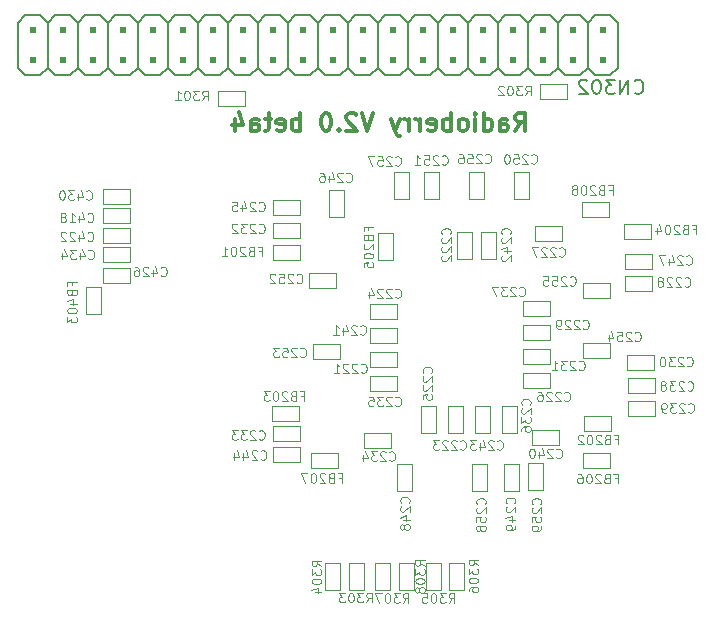
<source format=gbo>
%TF.GenerationSoftware,KiCad,Pcbnew,(5.1.6)-1*%
%TF.CreationDate,2020-10-01T20:42:35+02:00*%
%TF.ProjectId,Radioberry,52616469-6f62-4657-9272-792e6b696361,rev?*%
%TF.SameCoordinates,Original*%
%TF.FileFunction,Legend,Bot*%
%TF.FilePolarity,Positive*%
%FSLAX46Y46*%
G04 Gerber Fmt 4.6, Leading zero omitted, Abs format (unit mm)*
G04 Created by KiCad (PCBNEW (5.1.6)-1) date 2020-10-01 20:42:35*
%MOMM*%
%LPD*%
G01*
G04 APERTURE LIST*
%ADD10C,0.300000*%
%ADD11C,0.100000*%
%ADD12C,0.152400*%
%ADD13C,0.127000*%
G04 APERTURE END LIST*
D10*
X139194285Y-81738571D02*
X139694285Y-81024285D01*
X140051428Y-81738571D02*
X140051428Y-80238571D01*
X139480000Y-80238571D01*
X139337142Y-80310000D01*
X139265714Y-80381428D01*
X139194285Y-80524285D01*
X139194285Y-80738571D01*
X139265714Y-80881428D01*
X139337142Y-80952857D01*
X139480000Y-81024285D01*
X140051428Y-81024285D01*
X137908571Y-81738571D02*
X137908571Y-80952857D01*
X137980000Y-80810000D01*
X138122857Y-80738571D01*
X138408571Y-80738571D01*
X138551428Y-80810000D01*
X137908571Y-81667142D02*
X138051428Y-81738571D01*
X138408571Y-81738571D01*
X138551428Y-81667142D01*
X138622857Y-81524285D01*
X138622857Y-81381428D01*
X138551428Y-81238571D01*
X138408571Y-81167142D01*
X138051428Y-81167142D01*
X137908571Y-81095714D01*
X136551428Y-81738571D02*
X136551428Y-80238571D01*
X136551428Y-81667142D02*
X136694285Y-81738571D01*
X136980000Y-81738571D01*
X137122857Y-81667142D01*
X137194285Y-81595714D01*
X137265714Y-81452857D01*
X137265714Y-81024285D01*
X137194285Y-80881428D01*
X137122857Y-80810000D01*
X136980000Y-80738571D01*
X136694285Y-80738571D01*
X136551428Y-80810000D01*
X135837142Y-81738571D02*
X135837142Y-80738571D01*
X135837142Y-80238571D02*
X135908571Y-80310000D01*
X135837142Y-80381428D01*
X135765714Y-80310000D01*
X135837142Y-80238571D01*
X135837142Y-80381428D01*
X134908571Y-81738571D02*
X135051428Y-81667142D01*
X135122857Y-81595714D01*
X135194285Y-81452857D01*
X135194285Y-81024285D01*
X135122857Y-80881428D01*
X135051428Y-80810000D01*
X134908571Y-80738571D01*
X134694285Y-80738571D01*
X134551428Y-80810000D01*
X134480000Y-80881428D01*
X134408571Y-81024285D01*
X134408571Y-81452857D01*
X134480000Y-81595714D01*
X134551428Y-81667142D01*
X134694285Y-81738571D01*
X134908571Y-81738571D01*
X133765714Y-81738571D02*
X133765714Y-80238571D01*
X133765714Y-80810000D02*
X133622857Y-80738571D01*
X133337142Y-80738571D01*
X133194285Y-80810000D01*
X133122857Y-80881428D01*
X133051428Y-81024285D01*
X133051428Y-81452857D01*
X133122857Y-81595714D01*
X133194285Y-81667142D01*
X133337142Y-81738571D01*
X133622857Y-81738571D01*
X133765714Y-81667142D01*
X131837142Y-81667142D02*
X131980000Y-81738571D01*
X132265714Y-81738571D01*
X132408571Y-81667142D01*
X132480000Y-81524285D01*
X132480000Y-80952857D01*
X132408571Y-80810000D01*
X132265714Y-80738571D01*
X131980000Y-80738571D01*
X131837142Y-80810000D01*
X131765714Y-80952857D01*
X131765714Y-81095714D01*
X132480000Y-81238571D01*
X131122857Y-81738571D02*
X131122857Y-80738571D01*
X131122857Y-81024285D02*
X131051428Y-80881428D01*
X130980000Y-80810000D01*
X130837142Y-80738571D01*
X130694285Y-80738571D01*
X130194285Y-81738571D02*
X130194285Y-80738571D01*
X130194285Y-81024285D02*
X130122857Y-80881428D01*
X130051428Y-80810000D01*
X129908571Y-80738571D01*
X129765714Y-80738571D01*
X129408571Y-80738571D02*
X129051428Y-81738571D01*
X128694285Y-80738571D02*
X129051428Y-81738571D01*
X129194285Y-82095714D01*
X129265714Y-82167142D01*
X129408571Y-82238571D01*
X127194285Y-80238571D02*
X126694285Y-81738571D01*
X126194285Y-80238571D01*
X125765714Y-80381428D02*
X125694285Y-80310000D01*
X125551428Y-80238571D01*
X125194285Y-80238571D01*
X125051428Y-80310000D01*
X124980000Y-80381428D01*
X124908571Y-80524285D01*
X124908571Y-80667142D01*
X124980000Y-80881428D01*
X125837142Y-81738571D01*
X124908571Y-81738571D01*
X124265714Y-81595714D02*
X124194285Y-81667142D01*
X124265714Y-81738571D01*
X124337142Y-81667142D01*
X124265714Y-81595714D01*
X124265714Y-81738571D01*
X123265714Y-80238571D02*
X123122857Y-80238571D01*
X122980000Y-80310000D01*
X122908571Y-80381428D01*
X122837142Y-80524285D01*
X122765714Y-80810000D01*
X122765714Y-81167142D01*
X122837142Y-81452857D01*
X122908571Y-81595714D01*
X122980000Y-81667142D01*
X123122857Y-81738571D01*
X123265714Y-81738571D01*
X123408571Y-81667142D01*
X123480000Y-81595714D01*
X123551428Y-81452857D01*
X123622857Y-81167142D01*
X123622857Y-80810000D01*
X123551428Y-80524285D01*
X123480000Y-80381428D01*
X123408571Y-80310000D01*
X123265714Y-80238571D01*
X120980000Y-81738571D02*
X120980000Y-80238571D01*
X120980000Y-80810000D02*
X120837142Y-80738571D01*
X120551428Y-80738571D01*
X120408571Y-80810000D01*
X120337142Y-80881428D01*
X120265714Y-81024285D01*
X120265714Y-81452857D01*
X120337142Y-81595714D01*
X120408571Y-81667142D01*
X120551428Y-81738571D01*
X120837142Y-81738571D01*
X120980000Y-81667142D01*
X119051428Y-81667142D02*
X119194285Y-81738571D01*
X119480000Y-81738571D01*
X119622857Y-81667142D01*
X119694285Y-81524285D01*
X119694285Y-80952857D01*
X119622857Y-80810000D01*
X119480000Y-80738571D01*
X119194285Y-80738571D01*
X119051428Y-80810000D01*
X118980000Y-80952857D01*
X118980000Y-81095714D01*
X119694285Y-81238571D01*
X118551428Y-80738571D02*
X117980000Y-80738571D01*
X118337142Y-80238571D02*
X118337142Y-81524285D01*
X118265714Y-81667142D01*
X118122857Y-81738571D01*
X117980000Y-81738571D01*
X116837142Y-81738571D02*
X116837142Y-80952857D01*
X116908571Y-80810000D01*
X117051428Y-80738571D01*
X117337142Y-80738571D01*
X117480000Y-80810000D01*
X116837142Y-81667142D02*
X116980000Y-81738571D01*
X117337142Y-81738571D01*
X117480000Y-81667142D01*
X117551428Y-81524285D01*
X117551428Y-81381428D01*
X117480000Y-81238571D01*
X117337142Y-81167142D01*
X116980000Y-81167142D01*
X116837142Y-81095714D01*
X115480000Y-80738571D02*
X115480000Y-81738571D01*
X115837142Y-80167142D02*
X116194285Y-81238571D01*
X115265714Y-81238571D01*
D11*
%TO.C,C221*%
X126873000Y-101727000D02*
X129159000Y-101727000D01*
X129159000Y-101727000D02*
X129159000Y-100457000D01*
X129159000Y-100457000D02*
X126873000Y-100457000D01*
X126873000Y-100457000D02*
X126873000Y-101727000D01*
%TO.C,C222*%
X134239000Y-90297000D02*
X134239000Y-92583000D01*
X134239000Y-92583000D02*
X135509000Y-92583000D01*
X135509000Y-92583000D02*
X135509000Y-90297000D01*
X135509000Y-90297000D02*
X134239000Y-90297000D01*
%TO.C,C223*%
X134747000Y-107315000D02*
X134747000Y-105029000D01*
X134747000Y-105029000D02*
X133477000Y-105029000D01*
X133477000Y-105029000D02*
X133477000Y-107315000D01*
X133477000Y-107315000D02*
X134747000Y-107315000D01*
%TO.C,C224*%
X126873000Y-97663000D02*
X129159000Y-97663000D01*
X129159000Y-97663000D02*
X129159000Y-96393000D01*
X129159000Y-96393000D02*
X126873000Y-96393000D01*
X126873000Y-96393000D02*
X126873000Y-97663000D01*
%TO.C,C225*%
X132461000Y-107315000D02*
X132461000Y-105029000D01*
X132461000Y-105029000D02*
X131191000Y-105029000D01*
X131191000Y-105029000D02*
X131191000Y-107315000D01*
X131191000Y-107315000D02*
X132461000Y-107315000D01*
%TO.C,C226*%
X142113000Y-102235000D02*
X139827000Y-102235000D01*
X139827000Y-102235000D02*
X139827000Y-103505000D01*
X139827000Y-103505000D02*
X142113000Y-103505000D01*
X142113000Y-103505000D02*
X142113000Y-102235000D01*
%TO.C,C227*%
X140843000Y-91059000D02*
X143129000Y-91059000D01*
X143129000Y-91059000D02*
X143129000Y-89789000D01*
X143129000Y-89789000D02*
X140843000Y-89789000D01*
X140843000Y-89789000D02*
X140843000Y-91059000D01*
%TO.C,C228*%
X150753000Y-94025000D02*
X148467000Y-94025000D01*
X148467000Y-94025000D02*
X148467000Y-95295000D01*
X148467000Y-95295000D02*
X150753000Y-95295000D01*
X150753000Y-95295000D02*
X150753000Y-94025000D01*
%TO.C,C229*%
X142113000Y-98171000D02*
X139827000Y-98171000D01*
X139827000Y-98171000D02*
X139827000Y-99441000D01*
X139827000Y-99441000D02*
X142113000Y-99441000D01*
X142113000Y-99441000D02*
X142113000Y-98171000D01*
%TO.C,C230*%
X148697000Y-102015000D02*
X150983000Y-102015000D01*
X150983000Y-102015000D02*
X150983000Y-100745000D01*
X150983000Y-100745000D02*
X148697000Y-100745000D01*
X148697000Y-100745000D02*
X148697000Y-102015000D01*
%TO.C,C231*%
X142113000Y-100203000D02*
X139827000Y-100203000D01*
X139827000Y-100203000D02*
X139827000Y-101473000D01*
X139827000Y-101473000D02*
X142113000Y-101473000D01*
X142113000Y-101473000D02*
X142113000Y-100203000D01*
%TO.C,C232*%
X120983000Y-89585000D02*
X118697000Y-89585000D01*
X118697000Y-89585000D02*
X118697000Y-90855000D01*
X118697000Y-90855000D02*
X120983000Y-90855000D01*
X120983000Y-90855000D02*
X120983000Y-89585000D01*
%TO.C,C233*%
X118677000Y-108065000D02*
X120963000Y-108065000D01*
X120963000Y-108065000D02*
X120963000Y-106795000D01*
X120963000Y-106795000D02*
X118677000Y-106795000D01*
X118677000Y-106795000D02*
X118677000Y-108065000D01*
%TO.C,C234*%
X128651000Y-107315000D02*
X126365000Y-107315000D01*
X126365000Y-107315000D02*
X126365000Y-108585000D01*
X126365000Y-108585000D02*
X128651000Y-108585000D01*
X128651000Y-108585000D02*
X128651000Y-107315000D01*
%TO.C,C235*%
X126873000Y-103759000D02*
X129159000Y-103759000D01*
X129159000Y-103759000D02*
X129159000Y-102489000D01*
X129159000Y-102489000D02*
X126873000Y-102489000D01*
X126873000Y-102489000D02*
X126873000Y-103759000D01*
%TO.C,C236*%
X139319000Y-107315000D02*
X139319000Y-105029000D01*
X139319000Y-105029000D02*
X138049000Y-105029000D01*
X138049000Y-105029000D02*
X138049000Y-107315000D01*
X138049000Y-107315000D02*
X139319000Y-107315000D01*
%TO.C,C237*%
X142113000Y-96139000D02*
X139827000Y-96139000D01*
X139827000Y-96139000D02*
X139827000Y-97409000D01*
X139827000Y-97409000D02*
X142113000Y-97409000D01*
X142113000Y-97409000D02*
X142113000Y-96139000D01*
%TO.C,C238*%
X148727000Y-103995000D02*
X151013000Y-103995000D01*
X151013000Y-103995000D02*
X151013000Y-102725000D01*
X151013000Y-102725000D02*
X148727000Y-102725000D01*
X148727000Y-102725000D02*
X148727000Y-103995000D01*
%TO.C,C239*%
X151013000Y-104615000D02*
X148727000Y-104615000D01*
X148727000Y-104615000D02*
X148727000Y-105885000D01*
X148727000Y-105885000D02*
X151013000Y-105885000D01*
X151013000Y-105885000D02*
X151013000Y-104615000D01*
%TO.C,C240*%
X140589000Y-108331000D02*
X142875000Y-108331000D01*
X142875000Y-108331000D02*
X142875000Y-107061000D01*
X142875000Y-107061000D02*
X140589000Y-107061000D01*
X140589000Y-107061000D02*
X140589000Y-108331000D01*
%TO.C,C241*%
X126873000Y-99695000D02*
X129159000Y-99695000D01*
X129159000Y-99695000D02*
X129159000Y-98425000D01*
X129159000Y-98425000D02*
X126873000Y-98425000D01*
X126873000Y-98425000D02*
X126873000Y-99695000D01*
%TO.C,C242*%
X136271000Y-90297000D02*
X136271000Y-92583000D01*
X136271000Y-92583000D02*
X137541000Y-92583000D01*
X137541000Y-92583000D02*
X137541000Y-90297000D01*
X137541000Y-90297000D02*
X136271000Y-90297000D01*
%TO.C,C243*%
X137033000Y-107315000D02*
X137033000Y-105029000D01*
X137033000Y-105029000D02*
X135763000Y-105029000D01*
X135763000Y-105029000D02*
X135763000Y-107315000D01*
X135763000Y-107315000D02*
X137033000Y-107315000D01*
%TO.C,C244*%
X121003000Y-108525000D02*
X118717000Y-108525000D01*
X118717000Y-108525000D02*
X118717000Y-109795000D01*
X118717000Y-109795000D02*
X121003000Y-109795000D01*
X121003000Y-109795000D02*
X121003000Y-108525000D01*
%TO.C,C245*%
X118717000Y-88885000D02*
X121003000Y-88885000D01*
X121003000Y-88885000D02*
X121003000Y-87615000D01*
X121003000Y-87615000D02*
X118717000Y-87615000D01*
X118717000Y-87615000D02*
X118717000Y-88885000D01*
%TO.C,C246*%
X123405000Y-86757000D02*
X123405000Y-89043000D01*
X123405000Y-89043000D02*
X124675000Y-89043000D01*
X124675000Y-89043000D02*
X124675000Y-86757000D01*
X124675000Y-86757000D02*
X123405000Y-86757000D01*
%TO.C,C247*%
X148467000Y-93425000D02*
X150753000Y-93425000D01*
X150753000Y-93425000D02*
X150753000Y-92155000D01*
X150753000Y-92155000D02*
X148467000Y-92155000D01*
X148467000Y-92155000D02*
X148467000Y-93425000D01*
%TO.C,C248*%
X129195000Y-110007000D02*
X129195000Y-112293000D01*
X129195000Y-112293000D02*
X130465000Y-112293000D01*
X130465000Y-112293000D02*
X130465000Y-110007000D01*
X130465000Y-110007000D02*
X129195000Y-110007000D01*
%TO.C,C249*%
X138245000Y-109957000D02*
X138245000Y-112243000D01*
X138245000Y-112243000D02*
X139515000Y-112243000D01*
X139515000Y-112243000D02*
X139515000Y-109957000D01*
X139515000Y-109957000D02*
X138245000Y-109957000D01*
%TO.C,C250*%
X139065000Y-85217000D02*
X139065000Y-87503000D01*
X139065000Y-87503000D02*
X140335000Y-87503000D01*
X140335000Y-87503000D02*
X140335000Y-85217000D01*
X140335000Y-85217000D02*
X139065000Y-85217000D01*
%TO.C,C251*%
X131445000Y-85217000D02*
X131445000Y-87503000D01*
X131445000Y-87503000D02*
X132715000Y-87503000D01*
X132715000Y-87503000D02*
X132715000Y-85217000D01*
X132715000Y-85217000D02*
X131445000Y-85217000D01*
%TO.C,C252*%
X124053000Y-93765000D02*
X121767000Y-93765000D01*
X121767000Y-93765000D02*
X121767000Y-95035000D01*
X121767000Y-95035000D02*
X124053000Y-95035000D01*
X124053000Y-95035000D02*
X124053000Y-93765000D01*
%TO.C,C253*%
X124373000Y-99835000D02*
X122087000Y-99835000D01*
X122087000Y-99835000D02*
X122087000Y-101105000D01*
X122087000Y-101105000D02*
X124373000Y-101105000D01*
X124373000Y-101105000D02*
X124373000Y-99835000D01*
%TO.C,C254*%
X144907000Y-100965000D02*
X147193000Y-100965000D01*
X147193000Y-100965000D02*
X147193000Y-99695000D01*
X147193000Y-99695000D02*
X144907000Y-99695000D01*
X144907000Y-99695000D02*
X144907000Y-100965000D01*
%TO.C,C255*%
X144907000Y-95885000D02*
X147193000Y-95885000D01*
X147193000Y-95885000D02*
X147193000Y-94615000D01*
X147193000Y-94615000D02*
X144907000Y-94615000D01*
X144907000Y-94615000D02*
X144907000Y-95885000D01*
%TO.C,C256*%
X135255000Y-85217000D02*
X135255000Y-87503000D01*
X135255000Y-87503000D02*
X136525000Y-87503000D01*
X136525000Y-87503000D02*
X136525000Y-85217000D01*
X136525000Y-85217000D02*
X135255000Y-85217000D01*
%TO.C,C257*%
X128905000Y-85217000D02*
X128905000Y-87503000D01*
X128905000Y-87503000D02*
X130175000Y-87503000D01*
X130175000Y-87503000D02*
X130175000Y-85217000D01*
X130175000Y-85217000D02*
X128905000Y-85217000D01*
%TO.C,C258*%
X135575000Y-109997000D02*
X135575000Y-112283000D01*
X135575000Y-112283000D02*
X136845000Y-112283000D01*
X136845000Y-112283000D02*
X136845000Y-109997000D01*
X136845000Y-109997000D02*
X135575000Y-109997000D01*
%TO.C,C259*%
X140255000Y-109927000D02*
X140255000Y-112213000D01*
X140255000Y-112213000D02*
X141525000Y-112213000D01*
X141525000Y-112213000D02*
X141525000Y-109927000D01*
X141525000Y-109927000D02*
X140255000Y-109927000D01*
%TO.C,C418*%
X104287000Y-89585000D02*
X106573000Y-89585000D01*
X106573000Y-89585000D02*
X106573000Y-88315000D01*
X106573000Y-88315000D02*
X104287000Y-88315000D01*
X104287000Y-88315000D02*
X104287000Y-89585000D01*
%TO.C,C422*%
X104297000Y-91245000D02*
X106583000Y-91245000D01*
X106583000Y-91245000D02*
X106583000Y-89975000D01*
X106583000Y-89975000D02*
X104297000Y-89975000D01*
X104297000Y-89975000D02*
X104297000Y-91245000D01*
%TO.C,C426*%
X104297000Y-94655000D02*
X106583000Y-94655000D01*
X106583000Y-94655000D02*
X106583000Y-93385000D01*
X106583000Y-93385000D02*
X104297000Y-93385000D01*
X104297000Y-93385000D02*
X104297000Y-94655000D01*
%TO.C,C430*%
X104277000Y-87965000D02*
X106563000Y-87965000D01*
X106563000Y-87965000D02*
X106563000Y-86695000D01*
X106563000Y-86695000D02*
X104277000Y-86695000D01*
X104277000Y-86695000D02*
X104277000Y-87965000D01*
%TO.C,C434*%
X104287000Y-92895000D02*
X106573000Y-92895000D01*
X106573000Y-92895000D02*
X106573000Y-91625000D01*
X106573000Y-91625000D02*
X104287000Y-91625000D01*
X104287000Y-91625000D02*
X104287000Y-92895000D01*
%TO.C,FB201*%
X118687000Y-92725000D02*
X120973000Y-92725000D01*
X120973000Y-92725000D02*
X120973000Y-91455000D01*
X120973000Y-91455000D02*
X118687000Y-91455000D01*
X118687000Y-91455000D02*
X118687000Y-92725000D01*
%TO.C,FB202*%
X145007000Y-107145000D02*
X147293000Y-107145000D01*
X147293000Y-107145000D02*
X147293000Y-105875000D01*
X147293000Y-105875000D02*
X145007000Y-105875000D01*
X145007000Y-105875000D02*
X145007000Y-107145000D01*
%TO.C,FB203*%
X118627000Y-106335000D02*
X120913000Y-106335000D01*
X120913000Y-106335000D02*
X120913000Y-105065000D01*
X120913000Y-105065000D02*
X118627000Y-105065000D01*
X118627000Y-105065000D02*
X118627000Y-106335000D01*
%TO.C,FB204*%
X150723000Y-89655000D02*
X148437000Y-89655000D01*
X148437000Y-89655000D02*
X148437000Y-90925000D01*
X148437000Y-90925000D02*
X150723000Y-90925000D01*
X150723000Y-90925000D02*
X150723000Y-89655000D01*
%TO.C,FB205*%
X127605000Y-90437000D02*
X127605000Y-92723000D01*
X127605000Y-92723000D02*
X128875000Y-92723000D01*
X128875000Y-92723000D02*
X128875000Y-90437000D01*
X128875000Y-90437000D02*
X127605000Y-90437000D01*
%TO.C,FB206*%
X147243000Y-109015000D02*
X144957000Y-109015000D01*
X144957000Y-109015000D02*
X144957000Y-110285000D01*
X144957000Y-110285000D02*
X147243000Y-110285000D01*
X147243000Y-110285000D02*
X147243000Y-109015000D01*
%TO.C,FB207*%
X121957000Y-110285000D02*
X124243000Y-110285000D01*
X124243000Y-110285000D02*
X124243000Y-109015000D01*
X124243000Y-109015000D02*
X121957000Y-109015000D01*
X121957000Y-109015000D02*
X121957000Y-110285000D01*
%TO.C,FB208*%
X147143000Y-87815000D02*
X144857000Y-87815000D01*
X144857000Y-87815000D02*
X144857000Y-89085000D01*
X144857000Y-89085000D02*
X147143000Y-89085000D01*
X147143000Y-89085000D02*
X147143000Y-87815000D01*
%TO.C,FB403*%
X102875000Y-95027000D02*
X102875000Y-97313000D01*
X102875000Y-97313000D02*
X104145000Y-97313000D01*
X104145000Y-97313000D02*
X104145000Y-95027000D01*
X104145000Y-95027000D02*
X102875000Y-95027000D01*
%TO.C,R301*%
X116333000Y-78365000D02*
X114047000Y-78365000D01*
X114047000Y-78365000D02*
X114047000Y-79635000D01*
X114047000Y-79635000D02*
X116333000Y-79635000D01*
X116333000Y-79635000D02*
X116333000Y-78365000D01*
%TO.C,R302*%
X143603000Y-77805000D02*
X141317000Y-77805000D01*
X141317000Y-77805000D02*
X141317000Y-79075000D01*
X141317000Y-79075000D02*
X143603000Y-79075000D01*
X143603000Y-79075000D02*
X143603000Y-77805000D01*
%TO.C,R303*%
X124385000Y-120643000D02*
X124385000Y-118357000D01*
X124385000Y-118357000D02*
X123115000Y-118357000D01*
X123115000Y-118357000D02*
X123115000Y-120643000D01*
X123115000Y-120643000D02*
X124385000Y-120643000D01*
%TO.C,R304*%
X126385000Y-120643000D02*
X126385000Y-118357000D01*
X126385000Y-118357000D02*
X125115000Y-118357000D01*
X125115000Y-118357000D02*
X125115000Y-120643000D01*
X125115000Y-120643000D02*
X126385000Y-120643000D01*
%TO.C,R305*%
X132885000Y-120643000D02*
X132885000Y-118357000D01*
X132885000Y-118357000D02*
X131615000Y-118357000D01*
X131615000Y-118357000D02*
X131615000Y-120643000D01*
X131615000Y-120643000D02*
X132885000Y-120643000D01*
%TO.C,R306*%
X134885000Y-120643000D02*
X134885000Y-118357000D01*
X134885000Y-118357000D02*
X133615000Y-118357000D01*
X133615000Y-118357000D02*
X133615000Y-120643000D01*
X133615000Y-120643000D02*
X134885000Y-120643000D01*
D12*
%TO.C,CN302*%
X97100000Y-76405000D02*
X97735000Y-77040000D01*
X97735000Y-77040000D02*
X99005000Y-77040000D01*
X99005000Y-77040000D02*
X99640000Y-76405000D01*
X99640000Y-76405000D02*
X100275000Y-77040000D01*
X100275000Y-77040000D02*
X101545000Y-77040000D01*
X101545000Y-77040000D02*
X102180000Y-76405000D01*
X102180000Y-76405000D02*
X102815000Y-77040000D01*
X102815000Y-77040000D02*
X104085000Y-77040000D01*
X104085000Y-77040000D02*
X104720000Y-76405000D01*
X104720000Y-76405000D02*
X105355000Y-77040000D01*
X105355000Y-77040000D02*
X106625000Y-77040000D01*
X106625000Y-77040000D02*
X107260000Y-76405000D01*
X107260000Y-76405000D02*
X107895000Y-77040000D01*
X107895000Y-77040000D02*
X109165000Y-77040000D01*
X109165000Y-77040000D02*
X109800000Y-76405000D01*
X109800000Y-76405000D02*
X110435000Y-77040000D01*
X110435000Y-77040000D02*
X111705000Y-77040000D01*
X111705000Y-77040000D02*
X112340000Y-76405000D01*
X97100000Y-76405000D02*
X97100000Y-72595000D01*
X97100000Y-72595000D02*
X97735000Y-71960000D01*
X97735000Y-71960000D02*
X99005000Y-71960000D01*
X99005000Y-71960000D02*
X99640000Y-72595000D01*
X99640000Y-72595000D02*
X100275000Y-71960000D01*
X100275000Y-71960000D02*
X101545000Y-71960000D01*
X101545000Y-71960000D02*
X102180000Y-72595000D01*
X102180000Y-72595000D02*
X102815000Y-71960000D01*
X102815000Y-71960000D02*
X104085000Y-71960000D01*
X104085000Y-71960000D02*
X104720000Y-72595000D01*
X104720000Y-72595000D02*
X105355000Y-71960000D01*
X105355000Y-71960000D02*
X106625000Y-71960000D01*
X106625000Y-71960000D02*
X107260000Y-72595000D01*
X107260000Y-72595000D02*
X107895000Y-71960000D01*
X107895000Y-71960000D02*
X109165000Y-71960000D01*
X109165000Y-71960000D02*
X109800000Y-72595000D01*
X109800000Y-72595000D02*
X110435000Y-71960000D01*
X110435000Y-71960000D02*
X111705000Y-71960000D01*
X111705000Y-71960000D02*
X112340000Y-72595000D01*
X112340000Y-72595000D02*
X112975000Y-71960000D01*
X112975000Y-71960000D02*
X114245000Y-71960000D01*
X114245000Y-71960000D02*
X114880000Y-72595000D01*
X114880000Y-72595000D02*
X115515000Y-71960000D01*
X115515000Y-71960000D02*
X116785000Y-71960000D01*
X116785000Y-71960000D02*
X117420000Y-72595000D01*
X117420000Y-72595000D02*
X118055000Y-71960000D01*
X118055000Y-71960000D02*
X119325000Y-71960000D01*
X119325000Y-71960000D02*
X119960000Y-72595000D01*
X119960000Y-72595000D02*
X120595000Y-71960000D01*
X120595000Y-71960000D02*
X121865000Y-71960000D01*
X121865000Y-71960000D02*
X122500000Y-72595000D01*
X122500000Y-72595000D02*
X123135000Y-71960000D01*
X123135000Y-71960000D02*
X124405000Y-71960000D01*
X124405000Y-71960000D02*
X125040000Y-72595000D01*
X125040000Y-72595000D02*
X125675000Y-71960000D01*
X125675000Y-71960000D02*
X126945000Y-71960000D01*
X127580000Y-72595000D02*
X126945000Y-71960000D01*
X127580000Y-72595000D02*
X128215000Y-71960000D01*
X129485000Y-71960000D02*
X128215000Y-71960000D01*
X129485000Y-71960000D02*
X130120000Y-72595000D01*
X130120000Y-72595000D02*
X130755000Y-71960000D01*
X132025000Y-71960000D02*
X130755000Y-71960000D01*
X132025000Y-71960000D02*
X132660000Y-72595000D01*
X132660000Y-72595000D02*
X133295000Y-71960000D01*
X134565000Y-71960000D02*
X133295000Y-71960000D01*
X134565000Y-71960000D02*
X135200000Y-72595000D01*
X135200000Y-72595000D02*
X135835000Y-71960000D01*
X137105000Y-71960000D02*
X135835000Y-71960000D01*
X137105000Y-71960000D02*
X137740000Y-72595000D01*
X137740000Y-72595000D02*
X138375000Y-71960000D01*
X139645000Y-71960000D02*
X138375000Y-71960000D01*
X139645000Y-71960000D02*
X140280000Y-72595000D01*
X140280000Y-72595000D02*
X140915000Y-71960000D01*
X142185000Y-71960000D02*
X140915000Y-71960000D01*
X142185000Y-71960000D02*
X142820000Y-72595000D01*
X142820000Y-72595000D02*
X143455000Y-71960000D01*
X144725000Y-71960000D02*
X143455000Y-71960000D01*
X144725000Y-71960000D02*
X145360000Y-72595000D01*
X145360000Y-76405000D02*
X144725000Y-77040000D01*
X144725000Y-77040000D02*
X143455000Y-77040000D01*
X142820000Y-76405000D02*
X143455000Y-77040000D01*
X142820000Y-76405000D02*
X142185000Y-77040000D01*
X142185000Y-77040000D02*
X140915000Y-77040000D01*
X140280000Y-76405000D02*
X140915000Y-77040000D01*
X140280000Y-76405000D02*
X139645000Y-77040000D01*
X139645000Y-77040000D02*
X138375000Y-77040000D01*
X137740000Y-76405000D02*
X138375000Y-77040000D01*
X137740000Y-76405000D02*
X137105000Y-77040000D01*
X135835000Y-77040000D02*
X137105000Y-77040000D01*
X135835000Y-77040000D02*
X135200000Y-76405000D01*
X135200000Y-76405000D02*
X134565000Y-77040000D01*
X133295000Y-77040000D02*
X134565000Y-77040000D01*
X133295000Y-77040000D02*
X132660000Y-76405000D01*
X132660000Y-76405000D02*
X132025000Y-77040000D01*
X132025000Y-77040000D02*
X130755000Y-77040000D01*
X130120000Y-76405000D02*
X130755000Y-77040000D01*
X130120000Y-76405000D02*
X129485000Y-77040000D01*
X129485000Y-77040000D02*
X128215000Y-77040000D01*
X127580000Y-76405000D02*
X128215000Y-77040000D01*
X127580000Y-76405000D02*
X126945000Y-77040000D01*
X126945000Y-77040000D02*
X125675000Y-77040000D01*
X125040000Y-76405000D02*
X125675000Y-77040000D01*
X125040000Y-76405000D02*
X124405000Y-77040000D01*
X124405000Y-77040000D02*
X123135000Y-77040000D01*
X122500000Y-76405000D02*
X123135000Y-77040000D01*
X122500000Y-76405000D02*
X121865000Y-77040000D01*
X121865000Y-77040000D02*
X120595000Y-77040000D01*
X119960000Y-76405000D02*
X120595000Y-77040000D01*
X119960000Y-76405000D02*
X119325000Y-77040000D01*
X119325000Y-77040000D02*
X118055000Y-77040000D01*
X117420000Y-76405000D02*
X118055000Y-77040000D01*
X117420000Y-76405000D02*
X116785000Y-77040000D01*
X116785000Y-77040000D02*
X115515000Y-77040000D01*
X114880000Y-76405000D02*
X115515000Y-77040000D01*
X114880000Y-76405000D02*
X114245000Y-77040000D01*
X114245000Y-77040000D02*
X112975000Y-77040000D01*
X112340000Y-76405000D02*
X112975000Y-77040000D01*
X99640000Y-72595000D02*
X99640000Y-76405000D01*
X102180000Y-72595000D02*
X102180000Y-76405000D01*
X104720000Y-72595000D02*
X104720000Y-76405000D01*
X107260000Y-72595000D02*
X107260000Y-76405000D01*
X109800000Y-72595000D02*
X109800000Y-76405000D01*
X112340000Y-72595000D02*
X112340000Y-76405000D01*
X114880000Y-72595000D02*
X114880000Y-76405000D01*
X117420000Y-72595000D02*
X117420000Y-76405000D01*
X119960000Y-72595000D02*
X119960000Y-76405000D01*
X122500000Y-72595000D02*
X122500000Y-76405000D01*
X125040000Y-72595000D02*
X125040000Y-76405000D01*
X127580000Y-72595000D02*
X127580000Y-76405000D01*
X130120000Y-72595000D02*
X130120000Y-76405000D01*
X132660000Y-72595000D02*
X132660000Y-76405000D01*
X135200000Y-72595000D02*
X135200000Y-76405000D01*
X137740000Y-72595000D02*
X137740000Y-76405000D01*
X140280000Y-72595000D02*
X140280000Y-76405000D01*
X142820000Y-72595000D02*
X142820000Y-76405000D01*
X145360000Y-72595000D02*
X145360000Y-76405000D01*
X145360000Y-72595000D02*
X145995000Y-71960000D01*
X147265000Y-71960000D02*
X145995000Y-71960000D01*
X147265000Y-71960000D02*
X147900000Y-72595000D01*
X147900000Y-76405000D02*
X147265000Y-77040000D01*
X147265000Y-77040000D02*
X145995000Y-77040000D01*
X145360000Y-76405000D02*
X145995000Y-77040000D01*
X147900000Y-72595000D02*
X147900000Y-76405000D01*
D11*
G36*
X98116000Y-76024000D02*
G01*
X98624000Y-76024000D01*
X98624000Y-75516000D01*
X98116000Y-75516000D01*
X98116000Y-76024000D01*
G37*
G36*
X98116000Y-73484000D02*
G01*
X98624000Y-73484000D01*
X98624000Y-72976000D01*
X98116000Y-72976000D01*
X98116000Y-73484000D01*
G37*
G36*
X100656000Y-73484000D02*
G01*
X101164000Y-73484000D01*
X101164000Y-72976000D01*
X100656000Y-72976000D01*
X100656000Y-73484000D01*
G37*
G36*
X100656000Y-76024000D02*
G01*
X101164000Y-76024000D01*
X101164000Y-75516000D01*
X100656000Y-75516000D01*
X100656000Y-76024000D01*
G37*
G36*
X103196000Y-73484000D02*
G01*
X103704000Y-73484000D01*
X103704000Y-72976000D01*
X103196000Y-72976000D01*
X103196000Y-73484000D01*
G37*
G36*
X103196000Y-76024000D02*
G01*
X103704000Y-76024000D01*
X103704000Y-75516000D01*
X103196000Y-75516000D01*
X103196000Y-76024000D01*
G37*
G36*
X105736000Y-73484000D02*
G01*
X106244000Y-73484000D01*
X106244000Y-72976000D01*
X105736000Y-72976000D01*
X105736000Y-73484000D01*
G37*
G36*
X108276000Y-73484000D02*
G01*
X108784000Y-73484000D01*
X108784000Y-72976000D01*
X108276000Y-72976000D01*
X108276000Y-73484000D01*
G37*
G36*
X110816000Y-73484000D02*
G01*
X111324000Y-73484000D01*
X111324000Y-72976000D01*
X110816000Y-72976000D01*
X110816000Y-73484000D01*
G37*
G36*
X105736000Y-76024000D02*
G01*
X106244000Y-76024000D01*
X106244000Y-75516000D01*
X105736000Y-75516000D01*
X105736000Y-76024000D01*
G37*
G36*
X108276000Y-76024000D02*
G01*
X108784000Y-76024000D01*
X108784000Y-75516000D01*
X108276000Y-75516000D01*
X108276000Y-76024000D01*
G37*
G36*
X110816000Y-76024000D02*
G01*
X111324000Y-76024000D01*
X111324000Y-75516000D01*
X110816000Y-75516000D01*
X110816000Y-76024000D01*
G37*
G36*
X113356000Y-73484000D02*
G01*
X113864000Y-73484000D01*
X113864000Y-72976000D01*
X113356000Y-72976000D01*
X113356000Y-73484000D01*
G37*
G36*
X113356000Y-76024000D02*
G01*
X113864000Y-76024000D01*
X113864000Y-75516000D01*
X113356000Y-75516000D01*
X113356000Y-76024000D01*
G37*
G36*
X115896000Y-73484000D02*
G01*
X116404000Y-73484000D01*
X116404000Y-72976000D01*
X115896000Y-72976000D01*
X115896000Y-73484000D01*
G37*
G36*
X115896000Y-76024000D02*
G01*
X116404000Y-76024000D01*
X116404000Y-75516000D01*
X115896000Y-75516000D01*
X115896000Y-76024000D01*
G37*
G36*
X118436000Y-73484000D02*
G01*
X118944000Y-73484000D01*
X118944000Y-72976000D01*
X118436000Y-72976000D01*
X118436000Y-73484000D01*
G37*
G36*
X118436000Y-76024000D02*
G01*
X118944000Y-76024000D01*
X118944000Y-75516000D01*
X118436000Y-75516000D01*
X118436000Y-76024000D01*
G37*
G36*
X120976000Y-73484000D02*
G01*
X121484000Y-73484000D01*
X121484000Y-72976000D01*
X120976000Y-72976000D01*
X120976000Y-73484000D01*
G37*
G36*
X120976000Y-76024000D02*
G01*
X121484000Y-76024000D01*
X121484000Y-75516000D01*
X120976000Y-75516000D01*
X120976000Y-76024000D01*
G37*
G36*
X123516000Y-73484000D02*
G01*
X124024000Y-73484000D01*
X124024000Y-72976000D01*
X123516000Y-72976000D01*
X123516000Y-73484000D01*
G37*
G36*
X123516000Y-76024000D02*
G01*
X124024000Y-76024000D01*
X124024000Y-75516000D01*
X123516000Y-75516000D01*
X123516000Y-76024000D01*
G37*
G36*
X126056000Y-73484000D02*
G01*
X126564000Y-73484000D01*
X126564000Y-72976000D01*
X126056000Y-72976000D01*
X126056000Y-73484000D01*
G37*
G36*
X126056000Y-76024000D02*
G01*
X126564000Y-76024000D01*
X126564000Y-75516000D01*
X126056000Y-75516000D01*
X126056000Y-76024000D01*
G37*
G36*
X128596000Y-73484000D02*
G01*
X129104000Y-73484000D01*
X129104000Y-72976000D01*
X128596000Y-72976000D01*
X128596000Y-73484000D01*
G37*
G36*
X128596000Y-76024000D02*
G01*
X129104000Y-76024000D01*
X129104000Y-75516000D01*
X128596000Y-75516000D01*
X128596000Y-76024000D01*
G37*
G36*
X131136000Y-73484000D02*
G01*
X131644000Y-73484000D01*
X131644000Y-72976000D01*
X131136000Y-72976000D01*
X131136000Y-73484000D01*
G37*
G36*
X131136000Y-76024000D02*
G01*
X131644000Y-76024000D01*
X131644000Y-75516000D01*
X131136000Y-75516000D01*
X131136000Y-76024000D01*
G37*
G36*
X133676000Y-73484000D02*
G01*
X134184000Y-73484000D01*
X134184000Y-72976000D01*
X133676000Y-72976000D01*
X133676000Y-73484000D01*
G37*
G36*
X133676000Y-76024000D02*
G01*
X134184000Y-76024000D01*
X134184000Y-75516000D01*
X133676000Y-75516000D01*
X133676000Y-76024000D01*
G37*
G36*
X136216000Y-73484000D02*
G01*
X136724000Y-73484000D01*
X136724000Y-72976000D01*
X136216000Y-72976000D01*
X136216000Y-73484000D01*
G37*
G36*
X136216000Y-76024000D02*
G01*
X136724000Y-76024000D01*
X136724000Y-75516000D01*
X136216000Y-75516000D01*
X136216000Y-76024000D01*
G37*
G36*
X138756000Y-73484000D02*
G01*
X139264000Y-73484000D01*
X139264000Y-72976000D01*
X138756000Y-72976000D01*
X138756000Y-73484000D01*
G37*
G36*
X138756000Y-76024000D02*
G01*
X139264000Y-76024000D01*
X139264000Y-75516000D01*
X138756000Y-75516000D01*
X138756000Y-76024000D01*
G37*
G36*
X141296000Y-73484000D02*
G01*
X141804000Y-73484000D01*
X141804000Y-72976000D01*
X141296000Y-72976000D01*
X141296000Y-73484000D01*
G37*
G36*
X141296000Y-76024000D02*
G01*
X141804000Y-76024000D01*
X141804000Y-75516000D01*
X141296000Y-75516000D01*
X141296000Y-76024000D01*
G37*
G36*
X143836000Y-73484000D02*
G01*
X144344000Y-73484000D01*
X144344000Y-72976000D01*
X143836000Y-72976000D01*
X143836000Y-73484000D01*
G37*
G36*
X143836000Y-76024000D02*
G01*
X144344000Y-76024000D01*
X144344000Y-75516000D01*
X143836000Y-75516000D01*
X143836000Y-76024000D01*
G37*
G36*
X146376000Y-73484000D02*
G01*
X146884000Y-73484000D01*
X146884000Y-72976000D01*
X146376000Y-72976000D01*
X146376000Y-73484000D01*
G37*
G36*
X146376000Y-76024000D02*
G01*
X146884000Y-76024000D01*
X146884000Y-75516000D01*
X146376000Y-75516000D01*
X146376000Y-76024000D01*
G37*
%TO.C,R307*%
X128635000Y-120643000D02*
X128635000Y-118357000D01*
X128635000Y-118357000D02*
X127365000Y-118357000D01*
X127365000Y-118357000D02*
X127365000Y-120643000D01*
X127365000Y-120643000D02*
X128635000Y-120643000D01*
%TO.C,R308*%
X130635000Y-120643000D02*
X130635000Y-118357000D01*
X130635000Y-118357000D02*
X129365000Y-118357000D01*
X129365000Y-118357000D02*
X129365000Y-120643000D01*
X129365000Y-120643000D02*
X130635000Y-120643000D01*
%TO.C,C221*%
X126145238Y-102185714D02*
X126183333Y-102223809D01*
X126297619Y-102261904D01*
X126373809Y-102261904D01*
X126488095Y-102223809D01*
X126564285Y-102147619D01*
X126602380Y-102071428D01*
X126640476Y-101919047D01*
X126640476Y-101804761D01*
X126602380Y-101652380D01*
X126564285Y-101576190D01*
X126488095Y-101500000D01*
X126373809Y-101461904D01*
X126297619Y-101461904D01*
X126183333Y-101500000D01*
X126145238Y-101538095D01*
X125840476Y-101538095D02*
X125802380Y-101500000D01*
X125726190Y-101461904D01*
X125535714Y-101461904D01*
X125459523Y-101500000D01*
X125421428Y-101538095D01*
X125383333Y-101614285D01*
X125383333Y-101690476D01*
X125421428Y-101804761D01*
X125878571Y-102261904D01*
X125383333Y-102261904D01*
X125078571Y-101538095D02*
X125040476Y-101500000D01*
X124964285Y-101461904D01*
X124773809Y-101461904D01*
X124697619Y-101500000D01*
X124659523Y-101538095D01*
X124621428Y-101614285D01*
X124621428Y-101690476D01*
X124659523Y-101804761D01*
X125116666Y-102261904D01*
X124621428Y-102261904D01*
X123859523Y-102261904D02*
X124316666Y-102261904D01*
X124088095Y-102261904D02*
X124088095Y-101461904D01*
X124164285Y-101576190D01*
X124240476Y-101652380D01*
X124316666Y-101690476D01*
%TO.C,C222*%
X133685714Y-90504761D02*
X133723809Y-90466666D01*
X133761904Y-90352380D01*
X133761904Y-90276190D01*
X133723809Y-90161904D01*
X133647619Y-90085714D01*
X133571428Y-90047619D01*
X133419047Y-90009523D01*
X133304761Y-90009523D01*
X133152380Y-90047619D01*
X133076190Y-90085714D01*
X133000000Y-90161904D01*
X132961904Y-90276190D01*
X132961904Y-90352380D01*
X133000000Y-90466666D01*
X133038095Y-90504761D01*
X133038095Y-90809523D02*
X133000000Y-90847619D01*
X132961904Y-90923809D01*
X132961904Y-91114285D01*
X133000000Y-91190476D01*
X133038095Y-91228571D01*
X133114285Y-91266666D01*
X133190476Y-91266666D01*
X133304761Y-91228571D01*
X133761904Y-90771428D01*
X133761904Y-91266666D01*
X133038095Y-91571428D02*
X133000000Y-91609523D01*
X132961904Y-91685714D01*
X132961904Y-91876190D01*
X133000000Y-91952380D01*
X133038095Y-91990476D01*
X133114285Y-92028571D01*
X133190476Y-92028571D01*
X133304761Y-91990476D01*
X133761904Y-91533333D01*
X133761904Y-92028571D01*
X133038095Y-92333333D02*
X133000000Y-92371428D01*
X132961904Y-92447619D01*
X132961904Y-92638095D01*
X133000000Y-92714285D01*
X133038095Y-92752380D01*
X133114285Y-92790476D01*
X133190476Y-92790476D01*
X133304761Y-92752380D01*
X133761904Y-92295238D01*
X133761904Y-92790476D01*
%TO.C,C223*%
X134545238Y-108685714D02*
X134583333Y-108723809D01*
X134697619Y-108761904D01*
X134773809Y-108761904D01*
X134888095Y-108723809D01*
X134964285Y-108647619D01*
X135002380Y-108571428D01*
X135040476Y-108419047D01*
X135040476Y-108304761D01*
X135002380Y-108152380D01*
X134964285Y-108076190D01*
X134888095Y-108000000D01*
X134773809Y-107961904D01*
X134697619Y-107961904D01*
X134583333Y-108000000D01*
X134545238Y-108038095D01*
X134240476Y-108038095D02*
X134202380Y-108000000D01*
X134126190Y-107961904D01*
X133935714Y-107961904D01*
X133859523Y-108000000D01*
X133821428Y-108038095D01*
X133783333Y-108114285D01*
X133783333Y-108190476D01*
X133821428Y-108304761D01*
X134278571Y-108761904D01*
X133783333Y-108761904D01*
X133478571Y-108038095D02*
X133440476Y-108000000D01*
X133364285Y-107961904D01*
X133173809Y-107961904D01*
X133097619Y-108000000D01*
X133059523Y-108038095D01*
X133021428Y-108114285D01*
X133021428Y-108190476D01*
X133059523Y-108304761D01*
X133516666Y-108761904D01*
X133021428Y-108761904D01*
X132754761Y-107961904D02*
X132259523Y-107961904D01*
X132526190Y-108266666D01*
X132411904Y-108266666D01*
X132335714Y-108304761D01*
X132297619Y-108342857D01*
X132259523Y-108419047D01*
X132259523Y-108609523D01*
X132297619Y-108685714D01*
X132335714Y-108723809D01*
X132411904Y-108761904D01*
X132640476Y-108761904D01*
X132716666Y-108723809D01*
X132754761Y-108685714D01*
%TO.C,C224*%
X129045238Y-95835714D02*
X129083333Y-95873809D01*
X129197619Y-95911904D01*
X129273809Y-95911904D01*
X129388095Y-95873809D01*
X129464285Y-95797619D01*
X129502380Y-95721428D01*
X129540476Y-95569047D01*
X129540476Y-95454761D01*
X129502380Y-95302380D01*
X129464285Y-95226190D01*
X129388095Y-95150000D01*
X129273809Y-95111904D01*
X129197619Y-95111904D01*
X129083333Y-95150000D01*
X129045238Y-95188095D01*
X128740476Y-95188095D02*
X128702380Y-95150000D01*
X128626190Y-95111904D01*
X128435714Y-95111904D01*
X128359523Y-95150000D01*
X128321428Y-95188095D01*
X128283333Y-95264285D01*
X128283333Y-95340476D01*
X128321428Y-95454761D01*
X128778571Y-95911904D01*
X128283333Y-95911904D01*
X127978571Y-95188095D02*
X127940476Y-95150000D01*
X127864285Y-95111904D01*
X127673809Y-95111904D01*
X127597619Y-95150000D01*
X127559523Y-95188095D01*
X127521428Y-95264285D01*
X127521428Y-95340476D01*
X127559523Y-95454761D01*
X128016666Y-95911904D01*
X127521428Y-95911904D01*
X126835714Y-95378571D02*
X126835714Y-95911904D01*
X127026190Y-95073809D02*
X127216666Y-95645238D01*
X126721428Y-95645238D01*
%TO.C,C225*%
X132085714Y-102254761D02*
X132123809Y-102216666D01*
X132161904Y-102102380D01*
X132161904Y-102026190D01*
X132123809Y-101911904D01*
X132047619Y-101835714D01*
X131971428Y-101797619D01*
X131819047Y-101759523D01*
X131704761Y-101759523D01*
X131552380Y-101797619D01*
X131476190Y-101835714D01*
X131400000Y-101911904D01*
X131361904Y-102026190D01*
X131361904Y-102102380D01*
X131400000Y-102216666D01*
X131438095Y-102254761D01*
X131438095Y-102559523D02*
X131400000Y-102597619D01*
X131361904Y-102673809D01*
X131361904Y-102864285D01*
X131400000Y-102940476D01*
X131438095Y-102978571D01*
X131514285Y-103016666D01*
X131590476Y-103016666D01*
X131704761Y-102978571D01*
X132161904Y-102521428D01*
X132161904Y-103016666D01*
X131438095Y-103321428D02*
X131400000Y-103359523D01*
X131361904Y-103435714D01*
X131361904Y-103626190D01*
X131400000Y-103702380D01*
X131438095Y-103740476D01*
X131514285Y-103778571D01*
X131590476Y-103778571D01*
X131704761Y-103740476D01*
X132161904Y-103283333D01*
X132161904Y-103778571D01*
X131361904Y-104502380D02*
X131361904Y-104121428D01*
X131742857Y-104083333D01*
X131704761Y-104121428D01*
X131666666Y-104197619D01*
X131666666Y-104388095D01*
X131704761Y-104464285D01*
X131742857Y-104502380D01*
X131819047Y-104540476D01*
X132009523Y-104540476D01*
X132085714Y-104502380D01*
X132123809Y-104464285D01*
X132161904Y-104388095D01*
X132161904Y-104197619D01*
X132123809Y-104121428D01*
X132085714Y-104083333D01*
%TO.C,C226*%
X143345238Y-104585714D02*
X143383333Y-104623809D01*
X143497619Y-104661904D01*
X143573809Y-104661904D01*
X143688095Y-104623809D01*
X143764285Y-104547619D01*
X143802380Y-104471428D01*
X143840476Y-104319047D01*
X143840476Y-104204761D01*
X143802380Y-104052380D01*
X143764285Y-103976190D01*
X143688095Y-103900000D01*
X143573809Y-103861904D01*
X143497619Y-103861904D01*
X143383333Y-103900000D01*
X143345238Y-103938095D01*
X143040476Y-103938095D02*
X143002380Y-103900000D01*
X142926190Y-103861904D01*
X142735714Y-103861904D01*
X142659523Y-103900000D01*
X142621428Y-103938095D01*
X142583333Y-104014285D01*
X142583333Y-104090476D01*
X142621428Y-104204761D01*
X143078571Y-104661904D01*
X142583333Y-104661904D01*
X142278571Y-103938095D02*
X142240476Y-103900000D01*
X142164285Y-103861904D01*
X141973809Y-103861904D01*
X141897619Y-103900000D01*
X141859523Y-103938095D01*
X141821428Y-104014285D01*
X141821428Y-104090476D01*
X141859523Y-104204761D01*
X142316666Y-104661904D01*
X141821428Y-104661904D01*
X141135714Y-103861904D02*
X141288095Y-103861904D01*
X141364285Y-103900000D01*
X141402380Y-103938095D01*
X141478571Y-104052380D01*
X141516666Y-104204761D01*
X141516666Y-104509523D01*
X141478571Y-104585714D01*
X141440476Y-104623809D01*
X141364285Y-104661904D01*
X141211904Y-104661904D01*
X141135714Y-104623809D01*
X141097619Y-104585714D01*
X141059523Y-104509523D01*
X141059523Y-104319047D01*
X141097619Y-104242857D01*
X141135714Y-104204761D01*
X141211904Y-104166666D01*
X141364285Y-104166666D01*
X141440476Y-104204761D01*
X141478571Y-104242857D01*
X141516666Y-104319047D01*
%TO.C,C227*%
X142945238Y-92335714D02*
X142983333Y-92373809D01*
X143097619Y-92411904D01*
X143173809Y-92411904D01*
X143288095Y-92373809D01*
X143364285Y-92297619D01*
X143402380Y-92221428D01*
X143440476Y-92069047D01*
X143440476Y-91954761D01*
X143402380Y-91802380D01*
X143364285Y-91726190D01*
X143288095Y-91650000D01*
X143173809Y-91611904D01*
X143097619Y-91611904D01*
X142983333Y-91650000D01*
X142945238Y-91688095D01*
X142640476Y-91688095D02*
X142602380Y-91650000D01*
X142526190Y-91611904D01*
X142335714Y-91611904D01*
X142259523Y-91650000D01*
X142221428Y-91688095D01*
X142183333Y-91764285D01*
X142183333Y-91840476D01*
X142221428Y-91954761D01*
X142678571Y-92411904D01*
X142183333Y-92411904D01*
X141878571Y-91688095D02*
X141840476Y-91650000D01*
X141764285Y-91611904D01*
X141573809Y-91611904D01*
X141497619Y-91650000D01*
X141459523Y-91688095D01*
X141421428Y-91764285D01*
X141421428Y-91840476D01*
X141459523Y-91954761D01*
X141916666Y-92411904D01*
X141421428Y-92411904D01*
X141154761Y-91611904D02*
X140621428Y-91611904D01*
X140964285Y-92411904D01*
%TO.C,C228*%
X153545238Y-94885714D02*
X153583333Y-94923809D01*
X153697619Y-94961904D01*
X153773809Y-94961904D01*
X153888095Y-94923809D01*
X153964285Y-94847619D01*
X154002380Y-94771428D01*
X154040476Y-94619047D01*
X154040476Y-94504761D01*
X154002380Y-94352380D01*
X153964285Y-94276190D01*
X153888095Y-94200000D01*
X153773809Y-94161904D01*
X153697619Y-94161904D01*
X153583333Y-94200000D01*
X153545238Y-94238095D01*
X153240476Y-94238095D02*
X153202380Y-94200000D01*
X153126190Y-94161904D01*
X152935714Y-94161904D01*
X152859523Y-94200000D01*
X152821428Y-94238095D01*
X152783333Y-94314285D01*
X152783333Y-94390476D01*
X152821428Y-94504761D01*
X153278571Y-94961904D01*
X152783333Y-94961904D01*
X152478571Y-94238095D02*
X152440476Y-94200000D01*
X152364285Y-94161904D01*
X152173809Y-94161904D01*
X152097619Y-94200000D01*
X152059523Y-94238095D01*
X152021428Y-94314285D01*
X152021428Y-94390476D01*
X152059523Y-94504761D01*
X152516666Y-94961904D01*
X152021428Y-94961904D01*
X151564285Y-94504761D02*
X151640476Y-94466666D01*
X151678571Y-94428571D01*
X151716666Y-94352380D01*
X151716666Y-94314285D01*
X151678571Y-94238095D01*
X151640476Y-94200000D01*
X151564285Y-94161904D01*
X151411904Y-94161904D01*
X151335714Y-94200000D01*
X151297619Y-94238095D01*
X151259523Y-94314285D01*
X151259523Y-94352380D01*
X151297619Y-94428571D01*
X151335714Y-94466666D01*
X151411904Y-94504761D01*
X151564285Y-94504761D01*
X151640476Y-94542857D01*
X151678571Y-94580952D01*
X151716666Y-94657142D01*
X151716666Y-94809523D01*
X151678571Y-94885714D01*
X151640476Y-94923809D01*
X151564285Y-94961904D01*
X151411904Y-94961904D01*
X151335714Y-94923809D01*
X151297619Y-94885714D01*
X151259523Y-94809523D01*
X151259523Y-94657142D01*
X151297619Y-94580952D01*
X151335714Y-94542857D01*
X151411904Y-94504761D01*
%TO.C,C229*%
X144945238Y-98485714D02*
X144983333Y-98523809D01*
X145097619Y-98561904D01*
X145173809Y-98561904D01*
X145288095Y-98523809D01*
X145364285Y-98447619D01*
X145402380Y-98371428D01*
X145440476Y-98219047D01*
X145440476Y-98104761D01*
X145402380Y-97952380D01*
X145364285Y-97876190D01*
X145288095Y-97800000D01*
X145173809Y-97761904D01*
X145097619Y-97761904D01*
X144983333Y-97800000D01*
X144945238Y-97838095D01*
X144640476Y-97838095D02*
X144602380Y-97800000D01*
X144526190Y-97761904D01*
X144335714Y-97761904D01*
X144259523Y-97800000D01*
X144221428Y-97838095D01*
X144183333Y-97914285D01*
X144183333Y-97990476D01*
X144221428Y-98104761D01*
X144678571Y-98561904D01*
X144183333Y-98561904D01*
X143878571Y-97838095D02*
X143840476Y-97800000D01*
X143764285Y-97761904D01*
X143573809Y-97761904D01*
X143497619Y-97800000D01*
X143459523Y-97838095D01*
X143421428Y-97914285D01*
X143421428Y-97990476D01*
X143459523Y-98104761D01*
X143916666Y-98561904D01*
X143421428Y-98561904D01*
X143040476Y-98561904D02*
X142888095Y-98561904D01*
X142811904Y-98523809D01*
X142773809Y-98485714D01*
X142697619Y-98371428D01*
X142659523Y-98219047D01*
X142659523Y-97914285D01*
X142697619Y-97838095D01*
X142735714Y-97800000D01*
X142811904Y-97761904D01*
X142964285Y-97761904D01*
X143040476Y-97800000D01*
X143078571Y-97838095D01*
X143116666Y-97914285D01*
X143116666Y-98104761D01*
X143078571Y-98180952D01*
X143040476Y-98219047D01*
X142964285Y-98257142D01*
X142811904Y-98257142D01*
X142735714Y-98219047D01*
X142697619Y-98180952D01*
X142659523Y-98104761D01*
%TO.C,C230*%
X153745238Y-101635714D02*
X153783333Y-101673809D01*
X153897619Y-101711904D01*
X153973809Y-101711904D01*
X154088095Y-101673809D01*
X154164285Y-101597619D01*
X154202380Y-101521428D01*
X154240476Y-101369047D01*
X154240476Y-101254761D01*
X154202380Y-101102380D01*
X154164285Y-101026190D01*
X154088095Y-100950000D01*
X153973809Y-100911904D01*
X153897619Y-100911904D01*
X153783333Y-100950000D01*
X153745238Y-100988095D01*
X153440476Y-100988095D02*
X153402380Y-100950000D01*
X153326190Y-100911904D01*
X153135714Y-100911904D01*
X153059523Y-100950000D01*
X153021428Y-100988095D01*
X152983333Y-101064285D01*
X152983333Y-101140476D01*
X153021428Y-101254761D01*
X153478571Y-101711904D01*
X152983333Y-101711904D01*
X152716666Y-100911904D02*
X152221428Y-100911904D01*
X152488095Y-101216666D01*
X152373809Y-101216666D01*
X152297619Y-101254761D01*
X152259523Y-101292857D01*
X152221428Y-101369047D01*
X152221428Y-101559523D01*
X152259523Y-101635714D01*
X152297619Y-101673809D01*
X152373809Y-101711904D01*
X152602380Y-101711904D01*
X152678571Y-101673809D01*
X152716666Y-101635714D01*
X151726190Y-100911904D02*
X151650000Y-100911904D01*
X151573809Y-100950000D01*
X151535714Y-100988095D01*
X151497619Y-101064285D01*
X151459523Y-101216666D01*
X151459523Y-101407142D01*
X151497619Y-101559523D01*
X151535714Y-101635714D01*
X151573809Y-101673809D01*
X151650000Y-101711904D01*
X151726190Y-101711904D01*
X151802380Y-101673809D01*
X151840476Y-101635714D01*
X151878571Y-101559523D01*
X151916666Y-101407142D01*
X151916666Y-101216666D01*
X151878571Y-101064285D01*
X151840476Y-100988095D01*
X151802380Y-100950000D01*
X151726190Y-100911904D01*
%TO.C,C231*%
X144595238Y-101935714D02*
X144633333Y-101973809D01*
X144747619Y-102011904D01*
X144823809Y-102011904D01*
X144938095Y-101973809D01*
X145014285Y-101897619D01*
X145052380Y-101821428D01*
X145090476Y-101669047D01*
X145090476Y-101554761D01*
X145052380Y-101402380D01*
X145014285Y-101326190D01*
X144938095Y-101250000D01*
X144823809Y-101211904D01*
X144747619Y-101211904D01*
X144633333Y-101250000D01*
X144595238Y-101288095D01*
X144290476Y-101288095D02*
X144252380Y-101250000D01*
X144176190Y-101211904D01*
X143985714Y-101211904D01*
X143909523Y-101250000D01*
X143871428Y-101288095D01*
X143833333Y-101364285D01*
X143833333Y-101440476D01*
X143871428Y-101554761D01*
X144328571Y-102011904D01*
X143833333Y-102011904D01*
X143566666Y-101211904D02*
X143071428Y-101211904D01*
X143338095Y-101516666D01*
X143223809Y-101516666D01*
X143147619Y-101554761D01*
X143109523Y-101592857D01*
X143071428Y-101669047D01*
X143071428Y-101859523D01*
X143109523Y-101935714D01*
X143147619Y-101973809D01*
X143223809Y-102011904D01*
X143452380Y-102011904D01*
X143528571Y-101973809D01*
X143566666Y-101935714D01*
X142309523Y-102011904D02*
X142766666Y-102011904D01*
X142538095Y-102011904D02*
X142538095Y-101211904D01*
X142614285Y-101326190D01*
X142690476Y-101402380D01*
X142766666Y-101440476D01*
%TO.C,C232*%
X117495238Y-90335714D02*
X117533333Y-90373809D01*
X117647619Y-90411904D01*
X117723809Y-90411904D01*
X117838095Y-90373809D01*
X117914285Y-90297619D01*
X117952380Y-90221428D01*
X117990476Y-90069047D01*
X117990476Y-89954761D01*
X117952380Y-89802380D01*
X117914285Y-89726190D01*
X117838095Y-89650000D01*
X117723809Y-89611904D01*
X117647619Y-89611904D01*
X117533333Y-89650000D01*
X117495238Y-89688095D01*
X117190476Y-89688095D02*
X117152380Y-89650000D01*
X117076190Y-89611904D01*
X116885714Y-89611904D01*
X116809523Y-89650000D01*
X116771428Y-89688095D01*
X116733333Y-89764285D01*
X116733333Y-89840476D01*
X116771428Y-89954761D01*
X117228571Y-90411904D01*
X116733333Y-90411904D01*
X116466666Y-89611904D02*
X115971428Y-89611904D01*
X116238095Y-89916666D01*
X116123809Y-89916666D01*
X116047619Y-89954761D01*
X116009523Y-89992857D01*
X115971428Y-90069047D01*
X115971428Y-90259523D01*
X116009523Y-90335714D01*
X116047619Y-90373809D01*
X116123809Y-90411904D01*
X116352380Y-90411904D01*
X116428571Y-90373809D01*
X116466666Y-90335714D01*
X115666666Y-89688095D02*
X115628571Y-89650000D01*
X115552380Y-89611904D01*
X115361904Y-89611904D01*
X115285714Y-89650000D01*
X115247619Y-89688095D01*
X115209523Y-89764285D01*
X115209523Y-89840476D01*
X115247619Y-89954761D01*
X115704761Y-90411904D01*
X115209523Y-90411904D01*
%TO.C,C233*%
X117495238Y-107835714D02*
X117533333Y-107873809D01*
X117647619Y-107911904D01*
X117723809Y-107911904D01*
X117838095Y-107873809D01*
X117914285Y-107797619D01*
X117952380Y-107721428D01*
X117990476Y-107569047D01*
X117990476Y-107454761D01*
X117952380Y-107302380D01*
X117914285Y-107226190D01*
X117838095Y-107150000D01*
X117723809Y-107111904D01*
X117647619Y-107111904D01*
X117533333Y-107150000D01*
X117495238Y-107188095D01*
X117190476Y-107188095D02*
X117152380Y-107150000D01*
X117076190Y-107111904D01*
X116885714Y-107111904D01*
X116809523Y-107150000D01*
X116771428Y-107188095D01*
X116733333Y-107264285D01*
X116733333Y-107340476D01*
X116771428Y-107454761D01*
X117228571Y-107911904D01*
X116733333Y-107911904D01*
X116466666Y-107111904D02*
X115971428Y-107111904D01*
X116238095Y-107416666D01*
X116123809Y-107416666D01*
X116047619Y-107454761D01*
X116009523Y-107492857D01*
X115971428Y-107569047D01*
X115971428Y-107759523D01*
X116009523Y-107835714D01*
X116047619Y-107873809D01*
X116123809Y-107911904D01*
X116352380Y-107911904D01*
X116428571Y-107873809D01*
X116466666Y-107835714D01*
X115704761Y-107111904D02*
X115209523Y-107111904D01*
X115476190Y-107416666D01*
X115361904Y-107416666D01*
X115285714Y-107454761D01*
X115247619Y-107492857D01*
X115209523Y-107569047D01*
X115209523Y-107759523D01*
X115247619Y-107835714D01*
X115285714Y-107873809D01*
X115361904Y-107911904D01*
X115590476Y-107911904D01*
X115666666Y-107873809D01*
X115704761Y-107835714D01*
%TO.C,C234*%
X128545238Y-109635714D02*
X128583333Y-109673809D01*
X128697619Y-109711904D01*
X128773809Y-109711904D01*
X128888095Y-109673809D01*
X128964285Y-109597619D01*
X129002380Y-109521428D01*
X129040476Y-109369047D01*
X129040476Y-109254761D01*
X129002380Y-109102380D01*
X128964285Y-109026190D01*
X128888095Y-108950000D01*
X128773809Y-108911904D01*
X128697619Y-108911904D01*
X128583333Y-108950000D01*
X128545238Y-108988095D01*
X128240476Y-108988095D02*
X128202380Y-108950000D01*
X128126190Y-108911904D01*
X127935714Y-108911904D01*
X127859523Y-108950000D01*
X127821428Y-108988095D01*
X127783333Y-109064285D01*
X127783333Y-109140476D01*
X127821428Y-109254761D01*
X128278571Y-109711904D01*
X127783333Y-109711904D01*
X127516666Y-108911904D02*
X127021428Y-108911904D01*
X127288095Y-109216666D01*
X127173809Y-109216666D01*
X127097619Y-109254761D01*
X127059523Y-109292857D01*
X127021428Y-109369047D01*
X127021428Y-109559523D01*
X127059523Y-109635714D01*
X127097619Y-109673809D01*
X127173809Y-109711904D01*
X127402380Y-109711904D01*
X127478571Y-109673809D01*
X127516666Y-109635714D01*
X126335714Y-109178571D02*
X126335714Y-109711904D01*
X126526190Y-108873809D02*
X126716666Y-109445238D01*
X126221428Y-109445238D01*
%TO.C,C235*%
X129045238Y-104985714D02*
X129083333Y-105023809D01*
X129197619Y-105061904D01*
X129273809Y-105061904D01*
X129388095Y-105023809D01*
X129464285Y-104947619D01*
X129502380Y-104871428D01*
X129540476Y-104719047D01*
X129540476Y-104604761D01*
X129502380Y-104452380D01*
X129464285Y-104376190D01*
X129388095Y-104300000D01*
X129273809Y-104261904D01*
X129197619Y-104261904D01*
X129083333Y-104300000D01*
X129045238Y-104338095D01*
X128740476Y-104338095D02*
X128702380Y-104300000D01*
X128626190Y-104261904D01*
X128435714Y-104261904D01*
X128359523Y-104300000D01*
X128321428Y-104338095D01*
X128283333Y-104414285D01*
X128283333Y-104490476D01*
X128321428Y-104604761D01*
X128778571Y-105061904D01*
X128283333Y-105061904D01*
X128016666Y-104261904D02*
X127521428Y-104261904D01*
X127788095Y-104566666D01*
X127673809Y-104566666D01*
X127597619Y-104604761D01*
X127559523Y-104642857D01*
X127521428Y-104719047D01*
X127521428Y-104909523D01*
X127559523Y-104985714D01*
X127597619Y-105023809D01*
X127673809Y-105061904D01*
X127902380Y-105061904D01*
X127978571Y-105023809D01*
X128016666Y-104985714D01*
X126797619Y-104261904D02*
X127178571Y-104261904D01*
X127216666Y-104642857D01*
X127178571Y-104604761D01*
X127102380Y-104566666D01*
X126911904Y-104566666D01*
X126835714Y-104604761D01*
X126797619Y-104642857D01*
X126759523Y-104719047D01*
X126759523Y-104909523D01*
X126797619Y-104985714D01*
X126835714Y-105023809D01*
X126911904Y-105061904D01*
X127102380Y-105061904D01*
X127178571Y-105023809D01*
X127216666Y-104985714D01*
%TO.C,C236*%
X140435714Y-104954761D02*
X140473809Y-104916666D01*
X140511904Y-104802380D01*
X140511904Y-104726190D01*
X140473809Y-104611904D01*
X140397619Y-104535714D01*
X140321428Y-104497619D01*
X140169047Y-104459523D01*
X140054761Y-104459523D01*
X139902380Y-104497619D01*
X139826190Y-104535714D01*
X139750000Y-104611904D01*
X139711904Y-104726190D01*
X139711904Y-104802380D01*
X139750000Y-104916666D01*
X139788095Y-104954761D01*
X139788095Y-105259523D02*
X139750000Y-105297619D01*
X139711904Y-105373809D01*
X139711904Y-105564285D01*
X139750000Y-105640476D01*
X139788095Y-105678571D01*
X139864285Y-105716666D01*
X139940476Y-105716666D01*
X140054761Y-105678571D01*
X140511904Y-105221428D01*
X140511904Y-105716666D01*
X139711904Y-105983333D02*
X139711904Y-106478571D01*
X140016666Y-106211904D01*
X140016666Y-106326190D01*
X140054761Y-106402380D01*
X140092857Y-106440476D01*
X140169047Y-106478571D01*
X140359523Y-106478571D01*
X140435714Y-106440476D01*
X140473809Y-106402380D01*
X140511904Y-106326190D01*
X140511904Y-106097619D01*
X140473809Y-106021428D01*
X140435714Y-105983333D01*
X139711904Y-107164285D02*
X139711904Y-107011904D01*
X139750000Y-106935714D01*
X139788095Y-106897619D01*
X139902380Y-106821428D01*
X140054761Y-106783333D01*
X140359523Y-106783333D01*
X140435714Y-106821428D01*
X140473809Y-106859523D01*
X140511904Y-106935714D01*
X140511904Y-107088095D01*
X140473809Y-107164285D01*
X140435714Y-107202380D01*
X140359523Y-107240476D01*
X140169047Y-107240476D01*
X140092857Y-107202380D01*
X140054761Y-107164285D01*
X140016666Y-107088095D01*
X140016666Y-106935714D01*
X140054761Y-106859523D01*
X140092857Y-106821428D01*
X140169047Y-106783333D01*
%TO.C,C237*%
X139545238Y-95685714D02*
X139583333Y-95723809D01*
X139697619Y-95761904D01*
X139773809Y-95761904D01*
X139888095Y-95723809D01*
X139964285Y-95647619D01*
X140002380Y-95571428D01*
X140040476Y-95419047D01*
X140040476Y-95304761D01*
X140002380Y-95152380D01*
X139964285Y-95076190D01*
X139888095Y-95000000D01*
X139773809Y-94961904D01*
X139697619Y-94961904D01*
X139583333Y-95000000D01*
X139545238Y-95038095D01*
X139240476Y-95038095D02*
X139202380Y-95000000D01*
X139126190Y-94961904D01*
X138935714Y-94961904D01*
X138859523Y-95000000D01*
X138821428Y-95038095D01*
X138783333Y-95114285D01*
X138783333Y-95190476D01*
X138821428Y-95304761D01*
X139278571Y-95761904D01*
X138783333Y-95761904D01*
X138516666Y-94961904D02*
X138021428Y-94961904D01*
X138288095Y-95266666D01*
X138173809Y-95266666D01*
X138097619Y-95304761D01*
X138059523Y-95342857D01*
X138021428Y-95419047D01*
X138021428Y-95609523D01*
X138059523Y-95685714D01*
X138097619Y-95723809D01*
X138173809Y-95761904D01*
X138402380Y-95761904D01*
X138478571Y-95723809D01*
X138516666Y-95685714D01*
X137754761Y-94961904D02*
X137221428Y-94961904D01*
X137564285Y-95761904D01*
%TO.C,C238*%
X153795238Y-103685714D02*
X153833333Y-103723809D01*
X153947619Y-103761904D01*
X154023809Y-103761904D01*
X154138095Y-103723809D01*
X154214285Y-103647619D01*
X154252380Y-103571428D01*
X154290476Y-103419047D01*
X154290476Y-103304761D01*
X154252380Y-103152380D01*
X154214285Y-103076190D01*
X154138095Y-103000000D01*
X154023809Y-102961904D01*
X153947619Y-102961904D01*
X153833333Y-103000000D01*
X153795238Y-103038095D01*
X153490476Y-103038095D02*
X153452380Y-103000000D01*
X153376190Y-102961904D01*
X153185714Y-102961904D01*
X153109523Y-103000000D01*
X153071428Y-103038095D01*
X153033333Y-103114285D01*
X153033333Y-103190476D01*
X153071428Y-103304761D01*
X153528571Y-103761904D01*
X153033333Y-103761904D01*
X152766666Y-102961904D02*
X152271428Y-102961904D01*
X152538095Y-103266666D01*
X152423809Y-103266666D01*
X152347619Y-103304761D01*
X152309523Y-103342857D01*
X152271428Y-103419047D01*
X152271428Y-103609523D01*
X152309523Y-103685714D01*
X152347619Y-103723809D01*
X152423809Y-103761904D01*
X152652380Y-103761904D01*
X152728571Y-103723809D01*
X152766666Y-103685714D01*
X151814285Y-103304761D02*
X151890476Y-103266666D01*
X151928571Y-103228571D01*
X151966666Y-103152380D01*
X151966666Y-103114285D01*
X151928571Y-103038095D01*
X151890476Y-103000000D01*
X151814285Y-102961904D01*
X151661904Y-102961904D01*
X151585714Y-103000000D01*
X151547619Y-103038095D01*
X151509523Y-103114285D01*
X151509523Y-103152380D01*
X151547619Y-103228571D01*
X151585714Y-103266666D01*
X151661904Y-103304761D01*
X151814285Y-103304761D01*
X151890476Y-103342857D01*
X151928571Y-103380952D01*
X151966666Y-103457142D01*
X151966666Y-103609523D01*
X151928571Y-103685714D01*
X151890476Y-103723809D01*
X151814285Y-103761904D01*
X151661904Y-103761904D01*
X151585714Y-103723809D01*
X151547619Y-103685714D01*
X151509523Y-103609523D01*
X151509523Y-103457142D01*
X151547619Y-103380952D01*
X151585714Y-103342857D01*
X151661904Y-103304761D01*
%TO.C,C239*%
X153845238Y-105535714D02*
X153883333Y-105573809D01*
X153997619Y-105611904D01*
X154073809Y-105611904D01*
X154188095Y-105573809D01*
X154264285Y-105497619D01*
X154302380Y-105421428D01*
X154340476Y-105269047D01*
X154340476Y-105154761D01*
X154302380Y-105002380D01*
X154264285Y-104926190D01*
X154188095Y-104850000D01*
X154073809Y-104811904D01*
X153997619Y-104811904D01*
X153883333Y-104850000D01*
X153845238Y-104888095D01*
X153540476Y-104888095D02*
X153502380Y-104850000D01*
X153426190Y-104811904D01*
X153235714Y-104811904D01*
X153159523Y-104850000D01*
X153121428Y-104888095D01*
X153083333Y-104964285D01*
X153083333Y-105040476D01*
X153121428Y-105154761D01*
X153578571Y-105611904D01*
X153083333Y-105611904D01*
X152816666Y-104811904D02*
X152321428Y-104811904D01*
X152588095Y-105116666D01*
X152473809Y-105116666D01*
X152397619Y-105154761D01*
X152359523Y-105192857D01*
X152321428Y-105269047D01*
X152321428Y-105459523D01*
X152359523Y-105535714D01*
X152397619Y-105573809D01*
X152473809Y-105611904D01*
X152702380Y-105611904D01*
X152778571Y-105573809D01*
X152816666Y-105535714D01*
X151940476Y-105611904D02*
X151788095Y-105611904D01*
X151711904Y-105573809D01*
X151673809Y-105535714D01*
X151597619Y-105421428D01*
X151559523Y-105269047D01*
X151559523Y-104964285D01*
X151597619Y-104888095D01*
X151635714Y-104850000D01*
X151711904Y-104811904D01*
X151864285Y-104811904D01*
X151940476Y-104850000D01*
X151978571Y-104888095D01*
X152016666Y-104964285D01*
X152016666Y-105154761D01*
X151978571Y-105230952D01*
X151940476Y-105269047D01*
X151864285Y-105307142D01*
X151711904Y-105307142D01*
X151635714Y-105269047D01*
X151597619Y-105230952D01*
X151559523Y-105154761D01*
%TO.C,C240*%
X142695238Y-109385714D02*
X142733333Y-109423809D01*
X142847619Y-109461904D01*
X142923809Y-109461904D01*
X143038095Y-109423809D01*
X143114285Y-109347619D01*
X143152380Y-109271428D01*
X143190476Y-109119047D01*
X143190476Y-109004761D01*
X143152380Y-108852380D01*
X143114285Y-108776190D01*
X143038095Y-108700000D01*
X142923809Y-108661904D01*
X142847619Y-108661904D01*
X142733333Y-108700000D01*
X142695238Y-108738095D01*
X142390476Y-108738095D02*
X142352380Y-108700000D01*
X142276190Y-108661904D01*
X142085714Y-108661904D01*
X142009523Y-108700000D01*
X141971428Y-108738095D01*
X141933333Y-108814285D01*
X141933333Y-108890476D01*
X141971428Y-109004761D01*
X142428571Y-109461904D01*
X141933333Y-109461904D01*
X141247619Y-108928571D02*
X141247619Y-109461904D01*
X141438095Y-108623809D02*
X141628571Y-109195238D01*
X141133333Y-109195238D01*
X140676190Y-108661904D02*
X140600000Y-108661904D01*
X140523809Y-108700000D01*
X140485714Y-108738095D01*
X140447619Y-108814285D01*
X140409523Y-108966666D01*
X140409523Y-109157142D01*
X140447619Y-109309523D01*
X140485714Y-109385714D01*
X140523809Y-109423809D01*
X140600000Y-109461904D01*
X140676190Y-109461904D01*
X140752380Y-109423809D01*
X140790476Y-109385714D01*
X140828571Y-109309523D01*
X140866666Y-109157142D01*
X140866666Y-108966666D01*
X140828571Y-108814285D01*
X140790476Y-108738095D01*
X140752380Y-108700000D01*
X140676190Y-108661904D01*
%TO.C,C241*%
X126095238Y-98935714D02*
X126133333Y-98973809D01*
X126247619Y-99011904D01*
X126323809Y-99011904D01*
X126438095Y-98973809D01*
X126514285Y-98897619D01*
X126552380Y-98821428D01*
X126590476Y-98669047D01*
X126590476Y-98554761D01*
X126552380Y-98402380D01*
X126514285Y-98326190D01*
X126438095Y-98250000D01*
X126323809Y-98211904D01*
X126247619Y-98211904D01*
X126133333Y-98250000D01*
X126095238Y-98288095D01*
X125790476Y-98288095D02*
X125752380Y-98250000D01*
X125676190Y-98211904D01*
X125485714Y-98211904D01*
X125409523Y-98250000D01*
X125371428Y-98288095D01*
X125333333Y-98364285D01*
X125333333Y-98440476D01*
X125371428Y-98554761D01*
X125828571Y-99011904D01*
X125333333Y-99011904D01*
X124647619Y-98478571D02*
X124647619Y-99011904D01*
X124838095Y-98173809D02*
X125028571Y-98745238D01*
X124533333Y-98745238D01*
X123809523Y-99011904D02*
X124266666Y-99011904D01*
X124038095Y-99011904D02*
X124038095Y-98211904D01*
X124114285Y-98326190D01*
X124190476Y-98402380D01*
X124266666Y-98440476D01*
%TO.C,C242*%
X138735714Y-90504761D02*
X138773809Y-90466666D01*
X138811904Y-90352380D01*
X138811904Y-90276190D01*
X138773809Y-90161904D01*
X138697619Y-90085714D01*
X138621428Y-90047619D01*
X138469047Y-90009523D01*
X138354761Y-90009523D01*
X138202380Y-90047619D01*
X138126190Y-90085714D01*
X138050000Y-90161904D01*
X138011904Y-90276190D01*
X138011904Y-90352380D01*
X138050000Y-90466666D01*
X138088095Y-90504761D01*
X138088095Y-90809523D02*
X138050000Y-90847619D01*
X138011904Y-90923809D01*
X138011904Y-91114285D01*
X138050000Y-91190476D01*
X138088095Y-91228571D01*
X138164285Y-91266666D01*
X138240476Y-91266666D01*
X138354761Y-91228571D01*
X138811904Y-90771428D01*
X138811904Y-91266666D01*
X138278571Y-91952380D02*
X138811904Y-91952380D01*
X137973809Y-91761904D02*
X138545238Y-91571428D01*
X138545238Y-92066666D01*
X138088095Y-92333333D02*
X138050000Y-92371428D01*
X138011904Y-92447619D01*
X138011904Y-92638095D01*
X138050000Y-92714285D01*
X138088095Y-92752380D01*
X138164285Y-92790476D01*
X138240476Y-92790476D01*
X138354761Y-92752380D01*
X138811904Y-92295238D01*
X138811904Y-92790476D01*
%TO.C,C243*%
X137695238Y-108685714D02*
X137733333Y-108723809D01*
X137847619Y-108761904D01*
X137923809Y-108761904D01*
X138038095Y-108723809D01*
X138114285Y-108647619D01*
X138152380Y-108571428D01*
X138190476Y-108419047D01*
X138190476Y-108304761D01*
X138152380Y-108152380D01*
X138114285Y-108076190D01*
X138038095Y-108000000D01*
X137923809Y-107961904D01*
X137847619Y-107961904D01*
X137733333Y-108000000D01*
X137695238Y-108038095D01*
X137390476Y-108038095D02*
X137352380Y-108000000D01*
X137276190Y-107961904D01*
X137085714Y-107961904D01*
X137009523Y-108000000D01*
X136971428Y-108038095D01*
X136933333Y-108114285D01*
X136933333Y-108190476D01*
X136971428Y-108304761D01*
X137428571Y-108761904D01*
X136933333Y-108761904D01*
X136247619Y-108228571D02*
X136247619Y-108761904D01*
X136438095Y-107923809D02*
X136628571Y-108495238D01*
X136133333Y-108495238D01*
X135904761Y-107961904D02*
X135409523Y-107961904D01*
X135676190Y-108266666D01*
X135561904Y-108266666D01*
X135485714Y-108304761D01*
X135447619Y-108342857D01*
X135409523Y-108419047D01*
X135409523Y-108609523D01*
X135447619Y-108685714D01*
X135485714Y-108723809D01*
X135561904Y-108761904D01*
X135790476Y-108761904D01*
X135866666Y-108723809D01*
X135904761Y-108685714D01*
%TO.C,C244*%
X117645238Y-109535714D02*
X117683333Y-109573809D01*
X117797619Y-109611904D01*
X117873809Y-109611904D01*
X117988095Y-109573809D01*
X118064285Y-109497619D01*
X118102380Y-109421428D01*
X118140476Y-109269047D01*
X118140476Y-109154761D01*
X118102380Y-109002380D01*
X118064285Y-108926190D01*
X117988095Y-108850000D01*
X117873809Y-108811904D01*
X117797619Y-108811904D01*
X117683333Y-108850000D01*
X117645238Y-108888095D01*
X117340476Y-108888095D02*
X117302380Y-108850000D01*
X117226190Y-108811904D01*
X117035714Y-108811904D01*
X116959523Y-108850000D01*
X116921428Y-108888095D01*
X116883333Y-108964285D01*
X116883333Y-109040476D01*
X116921428Y-109154761D01*
X117378571Y-109611904D01*
X116883333Y-109611904D01*
X116197619Y-109078571D02*
X116197619Y-109611904D01*
X116388095Y-108773809D02*
X116578571Y-109345238D01*
X116083333Y-109345238D01*
X115435714Y-109078571D02*
X115435714Y-109611904D01*
X115626190Y-108773809D02*
X115816666Y-109345238D01*
X115321428Y-109345238D01*
%TO.C,C245*%
X117495238Y-88485714D02*
X117533333Y-88523809D01*
X117647619Y-88561904D01*
X117723809Y-88561904D01*
X117838095Y-88523809D01*
X117914285Y-88447619D01*
X117952380Y-88371428D01*
X117990476Y-88219047D01*
X117990476Y-88104761D01*
X117952380Y-87952380D01*
X117914285Y-87876190D01*
X117838095Y-87800000D01*
X117723809Y-87761904D01*
X117647619Y-87761904D01*
X117533333Y-87800000D01*
X117495238Y-87838095D01*
X117190476Y-87838095D02*
X117152380Y-87800000D01*
X117076190Y-87761904D01*
X116885714Y-87761904D01*
X116809523Y-87800000D01*
X116771428Y-87838095D01*
X116733333Y-87914285D01*
X116733333Y-87990476D01*
X116771428Y-88104761D01*
X117228571Y-88561904D01*
X116733333Y-88561904D01*
X116047619Y-88028571D02*
X116047619Y-88561904D01*
X116238095Y-87723809D02*
X116428571Y-88295238D01*
X115933333Y-88295238D01*
X115247619Y-87761904D02*
X115628571Y-87761904D01*
X115666666Y-88142857D01*
X115628571Y-88104761D01*
X115552380Y-88066666D01*
X115361904Y-88066666D01*
X115285714Y-88104761D01*
X115247619Y-88142857D01*
X115209523Y-88219047D01*
X115209523Y-88409523D01*
X115247619Y-88485714D01*
X115285714Y-88523809D01*
X115361904Y-88561904D01*
X115552380Y-88561904D01*
X115628571Y-88523809D01*
X115666666Y-88485714D01*
%TO.C,C246*%
X124915238Y-86015714D02*
X124953333Y-86053809D01*
X125067619Y-86091904D01*
X125143809Y-86091904D01*
X125258095Y-86053809D01*
X125334285Y-85977619D01*
X125372380Y-85901428D01*
X125410476Y-85749047D01*
X125410476Y-85634761D01*
X125372380Y-85482380D01*
X125334285Y-85406190D01*
X125258095Y-85330000D01*
X125143809Y-85291904D01*
X125067619Y-85291904D01*
X124953333Y-85330000D01*
X124915238Y-85368095D01*
X124610476Y-85368095D02*
X124572380Y-85330000D01*
X124496190Y-85291904D01*
X124305714Y-85291904D01*
X124229523Y-85330000D01*
X124191428Y-85368095D01*
X124153333Y-85444285D01*
X124153333Y-85520476D01*
X124191428Y-85634761D01*
X124648571Y-86091904D01*
X124153333Y-86091904D01*
X123467619Y-85558571D02*
X123467619Y-86091904D01*
X123658095Y-85253809D02*
X123848571Y-85825238D01*
X123353333Y-85825238D01*
X122705714Y-85291904D02*
X122858095Y-85291904D01*
X122934285Y-85330000D01*
X122972380Y-85368095D01*
X123048571Y-85482380D01*
X123086666Y-85634761D01*
X123086666Y-85939523D01*
X123048571Y-86015714D01*
X123010476Y-86053809D01*
X122934285Y-86091904D01*
X122781904Y-86091904D01*
X122705714Y-86053809D01*
X122667619Y-86015714D01*
X122629523Y-85939523D01*
X122629523Y-85749047D01*
X122667619Y-85672857D01*
X122705714Y-85634761D01*
X122781904Y-85596666D01*
X122934285Y-85596666D01*
X123010476Y-85634761D01*
X123048571Y-85672857D01*
X123086666Y-85749047D01*
%TO.C,C247*%
X153695238Y-93035714D02*
X153733333Y-93073809D01*
X153847619Y-93111904D01*
X153923809Y-93111904D01*
X154038095Y-93073809D01*
X154114285Y-92997619D01*
X154152380Y-92921428D01*
X154190476Y-92769047D01*
X154190476Y-92654761D01*
X154152380Y-92502380D01*
X154114285Y-92426190D01*
X154038095Y-92350000D01*
X153923809Y-92311904D01*
X153847619Y-92311904D01*
X153733333Y-92350000D01*
X153695238Y-92388095D01*
X153390476Y-92388095D02*
X153352380Y-92350000D01*
X153276190Y-92311904D01*
X153085714Y-92311904D01*
X153009523Y-92350000D01*
X152971428Y-92388095D01*
X152933333Y-92464285D01*
X152933333Y-92540476D01*
X152971428Y-92654761D01*
X153428571Y-93111904D01*
X152933333Y-93111904D01*
X152247619Y-92578571D02*
X152247619Y-93111904D01*
X152438095Y-92273809D02*
X152628571Y-92845238D01*
X152133333Y-92845238D01*
X151904761Y-92311904D02*
X151371428Y-92311904D01*
X151714285Y-93111904D01*
%TO.C,C248*%
X130185714Y-113254761D02*
X130223809Y-113216666D01*
X130261904Y-113102380D01*
X130261904Y-113026190D01*
X130223809Y-112911904D01*
X130147619Y-112835714D01*
X130071428Y-112797619D01*
X129919047Y-112759523D01*
X129804761Y-112759523D01*
X129652380Y-112797619D01*
X129576190Y-112835714D01*
X129500000Y-112911904D01*
X129461904Y-113026190D01*
X129461904Y-113102380D01*
X129500000Y-113216666D01*
X129538095Y-113254761D01*
X129538095Y-113559523D02*
X129500000Y-113597619D01*
X129461904Y-113673809D01*
X129461904Y-113864285D01*
X129500000Y-113940476D01*
X129538095Y-113978571D01*
X129614285Y-114016666D01*
X129690476Y-114016666D01*
X129804761Y-113978571D01*
X130261904Y-113521428D01*
X130261904Y-114016666D01*
X129728571Y-114702380D02*
X130261904Y-114702380D01*
X129423809Y-114511904D02*
X129995238Y-114321428D01*
X129995238Y-114816666D01*
X129804761Y-115235714D02*
X129766666Y-115159523D01*
X129728571Y-115121428D01*
X129652380Y-115083333D01*
X129614285Y-115083333D01*
X129538095Y-115121428D01*
X129500000Y-115159523D01*
X129461904Y-115235714D01*
X129461904Y-115388095D01*
X129500000Y-115464285D01*
X129538095Y-115502380D01*
X129614285Y-115540476D01*
X129652380Y-115540476D01*
X129728571Y-115502380D01*
X129766666Y-115464285D01*
X129804761Y-115388095D01*
X129804761Y-115235714D01*
X129842857Y-115159523D01*
X129880952Y-115121428D01*
X129957142Y-115083333D01*
X130109523Y-115083333D01*
X130185714Y-115121428D01*
X130223809Y-115159523D01*
X130261904Y-115235714D01*
X130261904Y-115388095D01*
X130223809Y-115464285D01*
X130185714Y-115502380D01*
X130109523Y-115540476D01*
X129957142Y-115540476D01*
X129880952Y-115502380D01*
X129842857Y-115464285D01*
X129804761Y-115388095D01*
%TO.C,C249*%
X139135714Y-113304761D02*
X139173809Y-113266666D01*
X139211904Y-113152380D01*
X139211904Y-113076190D01*
X139173809Y-112961904D01*
X139097619Y-112885714D01*
X139021428Y-112847619D01*
X138869047Y-112809523D01*
X138754761Y-112809523D01*
X138602380Y-112847619D01*
X138526190Y-112885714D01*
X138450000Y-112961904D01*
X138411904Y-113076190D01*
X138411904Y-113152380D01*
X138450000Y-113266666D01*
X138488095Y-113304761D01*
X138488095Y-113609523D02*
X138450000Y-113647619D01*
X138411904Y-113723809D01*
X138411904Y-113914285D01*
X138450000Y-113990476D01*
X138488095Y-114028571D01*
X138564285Y-114066666D01*
X138640476Y-114066666D01*
X138754761Y-114028571D01*
X139211904Y-113571428D01*
X139211904Y-114066666D01*
X138678571Y-114752380D02*
X139211904Y-114752380D01*
X138373809Y-114561904D02*
X138945238Y-114371428D01*
X138945238Y-114866666D01*
X139211904Y-115209523D02*
X139211904Y-115361904D01*
X139173809Y-115438095D01*
X139135714Y-115476190D01*
X139021428Y-115552380D01*
X138869047Y-115590476D01*
X138564285Y-115590476D01*
X138488095Y-115552380D01*
X138450000Y-115514285D01*
X138411904Y-115438095D01*
X138411904Y-115285714D01*
X138450000Y-115209523D01*
X138488095Y-115171428D01*
X138564285Y-115133333D01*
X138754761Y-115133333D01*
X138830952Y-115171428D01*
X138869047Y-115209523D01*
X138907142Y-115285714D01*
X138907142Y-115438095D01*
X138869047Y-115514285D01*
X138830952Y-115552380D01*
X138754761Y-115590476D01*
%TO.C,C250*%
X140555238Y-84455714D02*
X140593333Y-84493809D01*
X140707619Y-84531904D01*
X140783809Y-84531904D01*
X140898095Y-84493809D01*
X140974285Y-84417619D01*
X141012380Y-84341428D01*
X141050476Y-84189047D01*
X141050476Y-84074761D01*
X141012380Y-83922380D01*
X140974285Y-83846190D01*
X140898095Y-83770000D01*
X140783809Y-83731904D01*
X140707619Y-83731904D01*
X140593333Y-83770000D01*
X140555238Y-83808095D01*
X140250476Y-83808095D02*
X140212380Y-83770000D01*
X140136190Y-83731904D01*
X139945714Y-83731904D01*
X139869523Y-83770000D01*
X139831428Y-83808095D01*
X139793333Y-83884285D01*
X139793333Y-83960476D01*
X139831428Y-84074761D01*
X140288571Y-84531904D01*
X139793333Y-84531904D01*
X139069523Y-83731904D02*
X139450476Y-83731904D01*
X139488571Y-84112857D01*
X139450476Y-84074761D01*
X139374285Y-84036666D01*
X139183809Y-84036666D01*
X139107619Y-84074761D01*
X139069523Y-84112857D01*
X139031428Y-84189047D01*
X139031428Y-84379523D01*
X139069523Y-84455714D01*
X139107619Y-84493809D01*
X139183809Y-84531904D01*
X139374285Y-84531904D01*
X139450476Y-84493809D01*
X139488571Y-84455714D01*
X138536190Y-83731904D02*
X138460000Y-83731904D01*
X138383809Y-83770000D01*
X138345714Y-83808095D01*
X138307619Y-83884285D01*
X138269523Y-84036666D01*
X138269523Y-84227142D01*
X138307619Y-84379523D01*
X138345714Y-84455714D01*
X138383809Y-84493809D01*
X138460000Y-84531904D01*
X138536190Y-84531904D01*
X138612380Y-84493809D01*
X138650476Y-84455714D01*
X138688571Y-84379523D01*
X138726666Y-84227142D01*
X138726666Y-84036666D01*
X138688571Y-83884285D01*
X138650476Y-83808095D01*
X138612380Y-83770000D01*
X138536190Y-83731904D01*
%TO.C,C251*%
X132985238Y-84565714D02*
X133023333Y-84603809D01*
X133137619Y-84641904D01*
X133213809Y-84641904D01*
X133328095Y-84603809D01*
X133404285Y-84527619D01*
X133442380Y-84451428D01*
X133480476Y-84299047D01*
X133480476Y-84184761D01*
X133442380Y-84032380D01*
X133404285Y-83956190D01*
X133328095Y-83880000D01*
X133213809Y-83841904D01*
X133137619Y-83841904D01*
X133023333Y-83880000D01*
X132985238Y-83918095D01*
X132680476Y-83918095D02*
X132642380Y-83880000D01*
X132566190Y-83841904D01*
X132375714Y-83841904D01*
X132299523Y-83880000D01*
X132261428Y-83918095D01*
X132223333Y-83994285D01*
X132223333Y-84070476D01*
X132261428Y-84184761D01*
X132718571Y-84641904D01*
X132223333Y-84641904D01*
X131499523Y-83841904D02*
X131880476Y-83841904D01*
X131918571Y-84222857D01*
X131880476Y-84184761D01*
X131804285Y-84146666D01*
X131613809Y-84146666D01*
X131537619Y-84184761D01*
X131499523Y-84222857D01*
X131461428Y-84299047D01*
X131461428Y-84489523D01*
X131499523Y-84565714D01*
X131537619Y-84603809D01*
X131613809Y-84641904D01*
X131804285Y-84641904D01*
X131880476Y-84603809D01*
X131918571Y-84565714D01*
X130699523Y-84641904D02*
X131156666Y-84641904D01*
X130928095Y-84641904D02*
X130928095Y-83841904D01*
X131004285Y-83956190D01*
X131080476Y-84032380D01*
X131156666Y-84070476D01*
%TO.C,C252*%
X120695238Y-94585714D02*
X120733333Y-94623809D01*
X120847619Y-94661904D01*
X120923809Y-94661904D01*
X121038095Y-94623809D01*
X121114285Y-94547619D01*
X121152380Y-94471428D01*
X121190476Y-94319047D01*
X121190476Y-94204761D01*
X121152380Y-94052380D01*
X121114285Y-93976190D01*
X121038095Y-93900000D01*
X120923809Y-93861904D01*
X120847619Y-93861904D01*
X120733333Y-93900000D01*
X120695238Y-93938095D01*
X120390476Y-93938095D02*
X120352380Y-93900000D01*
X120276190Y-93861904D01*
X120085714Y-93861904D01*
X120009523Y-93900000D01*
X119971428Y-93938095D01*
X119933333Y-94014285D01*
X119933333Y-94090476D01*
X119971428Y-94204761D01*
X120428571Y-94661904D01*
X119933333Y-94661904D01*
X119209523Y-93861904D02*
X119590476Y-93861904D01*
X119628571Y-94242857D01*
X119590476Y-94204761D01*
X119514285Y-94166666D01*
X119323809Y-94166666D01*
X119247619Y-94204761D01*
X119209523Y-94242857D01*
X119171428Y-94319047D01*
X119171428Y-94509523D01*
X119209523Y-94585714D01*
X119247619Y-94623809D01*
X119323809Y-94661904D01*
X119514285Y-94661904D01*
X119590476Y-94623809D01*
X119628571Y-94585714D01*
X118866666Y-93938095D02*
X118828571Y-93900000D01*
X118752380Y-93861904D01*
X118561904Y-93861904D01*
X118485714Y-93900000D01*
X118447619Y-93938095D01*
X118409523Y-94014285D01*
X118409523Y-94090476D01*
X118447619Y-94204761D01*
X118904761Y-94661904D01*
X118409523Y-94661904D01*
%TO.C,C253*%
X120995238Y-100835714D02*
X121033333Y-100873809D01*
X121147619Y-100911904D01*
X121223809Y-100911904D01*
X121338095Y-100873809D01*
X121414285Y-100797619D01*
X121452380Y-100721428D01*
X121490476Y-100569047D01*
X121490476Y-100454761D01*
X121452380Y-100302380D01*
X121414285Y-100226190D01*
X121338095Y-100150000D01*
X121223809Y-100111904D01*
X121147619Y-100111904D01*
X121033333Y-100150000D01*
X120995238Y-100188095D01*
X120690476Y-100188095D02*
X120652380Y-100150000D01*
X120576190Y-100111904D01*
X120385714Y-100111904D01*
X120309523Y-100150000D01*
X120271428Y-100188095D01*
X120233333Y-100264285D01*
X120233333Y-100340476D01*
X120271428Y-100454761D01*
X120728571Y-100911904D01*
X120233333Y-100911904D01*
X119509523Y-100111904D02*
X119890476Y-100111904D01*
X119928571Y-100492857D01*
X119890476Y-100454761D01*
X119814285Y-100416666D01*
X119623809Y-100416666D01*
X119547619Y-100454761D01*
X119509523Y-100492857D01*
X119471428Y-100569047D01*
X119471428Y-100759523D01*
X119509523Y-100835714D01*
X119547619Y-100873809D01*
X119623809Y-100911904D01*
X119814285Y-100911904D01*
X119890476Y-100873809D01*
X119928571Y-100835714D01*
X119204761Y-100111904D02*
X118709523Y-100111904D01*
X118976190Y-100416666D01*
X118861904Y-100416666D01*
X118785714Y-100454761D01*
X118747619Y-100492857D01*
X118709523Y-100569047D01*
X118709523Y-100759523D01*
X118747619Y-100835714D01*
X118785714Y-100873809D01*
X118861904Y-100911904D01*
X119090476Y-100911904D01*
X119166666Y-100873809D01*
X119204761Y-100835714D01*
%TO.C,C254*%
X149345238Y-99485714D02*
X149383333Y-99523809D01*
X149497619Y-99561904D01*
X149573809Y-99561904D01*
X149688095Y-99523809D01*
X149764285Y-99447619D01*
X149802380Y-99371428D01*
X149840476Y-99219047D01*
X149840476Y-99104761D01*
X149802380Y-98952380D01*
X149764285Y-98876190D01*
X149688095Y-98800000D01*
X149573809Y-98761904D01*
X149497619Y-98761904D01*
X149383333Y-98800000D01*
X149345238Y-98838095D01*
X149040476Y-98838095D02*
X149002380Y-98800000D01*
X148926190Y-98761904D01*
X148735714Y-98761904D01*
X148659523Y-98800000D01*
X148621428Y-98838095D01*
X148583333Y-98914285D01*
X148583333Y-98990476D01*
X148621428Y-99104761D01*
X149078571Y-99561904D01*
X148583333Y-99561904D01*
X147859523Y-98761904D02*
X148240476Y-98761904D01*
X148278571Y-99142857D01*
X148240476Y-99104761D01*
X148164285Y-99066666D01*
X147973809Y-99066666D01*
X147897619Y-99104761D01*
X147859523Y-99142857D01*
X147821428Y-99219047D01*
X147821428Y-99409523D01*
X147859523Y-99485714D01*
X147897619Y-99523809D01*
X147973809Y-99561904D01*
X148164285Y-99561904D01*
X148240476Y-99523809D01*
X148278571Y-99485714D01*
X147135714Y-99028571D02*
X147135714Y-99561904D01*
X147326190Y-98723809D02*
X147516666Y-99295238D01*
X147021428Y-99295238D01*
%TO.C,C255*%
X143845238Y-94785714D02*
X143883333Y-94823809D01*
X143997619Y-94861904D01*
X144073809Y-94861904D01*
X144188095Y-94823809D01*
X144264285Y-94747619D01*
X144302380Y-94671428D01*
X144340476Y-94519047D01*
X144340476Y-94404761D01*
X144302380Y-94252380D01*
X144264285Y-94176190D01*
X144188095Y-94100000D01*
X144073809Y-94061904D01*
X143997619Y-94061904D01*
X143883333Y-94100000D01*
X143845238Y-94138095D01*
X143540476Y-94138095D02*
X143502380Y-94100000D01*
X143426190Y-94061904D01*
X143235714Y-94061904D01*
X143159523Y-94100000D01*
X143121428Y-94138095D01*
X143083333Y-94214285D01*
X143083333Y-94290476D01*
X143121428Y-94404761D01*
X143578571Y-94861904D01*
X143083333Y-94861904D01*
X142359523Y-94061904D02*
X142740476Y-94061904D01*
X142778571Y-94442857D01*
X142740476Y-94404761D01*
X142664285Y-94366666D01*
X142473809Y-94366666D01*
X142397619Y-94404761D01*
X142359523Y-94442857D01*
X142321428Y-94519047D01*
X142321428Y-94709523D01*
X142359523Y-94785714D01*
X142397619Y-94823809D01*
X142473809Y-94861904D01*
X142664285Y-94861904D01*
X142740476Y-94823809D01*
X142778571Y-94785714D01*
X141597619Y-94061904D02*
X141978571Y-94061904D01*
X142016666Y-94442857D01*
X141978571Y-94404761D01*
X141902380Y-94366666D01*
X141711904Y-94366666D01*
X141635714Y-94404761D01*
X141597619Y-94442857D01*
X141559523Y-94519047D01*
X141559523Y-94709523D01*
X141597619Y-94785714D01*
X141635714Y-94823809D01*
X141711904Y-94861904D01*
X141902380Y-94861904D01*
X141978571Y-94823809D01*
X142016666Y-94785714D01*
%TO.C,C256*%
X136685238Y-84445714D02*
X136723333Y-84483809D01*
X136837619Y-84521904D01*
X136913809Y-84521904D01*
X137028095Y-84483809D01*
X137104285Y-84407619D01*
X137142380Y-84331428D01*
X137180476Y-84179047D01*
X137180476Y-84064761D01*
X137142380Y-83912380D01*
X137104285Y-83836190D01*
X137028095Y-83760000D01*
X136913809Y-83721904D01*
X136837619Y-83721904D01*
X136723333Y-83760000D01*
X136685238Y-83798095D01*
X136380476Y-83798095D02*
X136342380Y-83760000D01*
X136266190Y-83721904D01*
X136075714Y-83721904D01*
X135999523Y-83760000D01*
X135961428Y-83798095D01*
X135923333Y-83874285D01*
X135923333Y-83950476D01*
X135961428Y-84064761D01*
X136418571Y-84521904D01*
X135923333Y-84521904D01*
X135199523Y-83721904D02*
X135580476Y-83721904D01*
X135618571Y-84102857D01*
X135580476Y-84064761D01*
X135504285Y-84026666D01*
X135313809Y-84026666D01*
X135237619Y-84064761D01*
X135199523Y-84102857D01*
X135161428Y-84179047D01*
X135161428Y-84369523D01*
X135199523Y-84445714D01*
X135237619Y-84483809D01*
X135313809Y-84521904D01*
X135504285Y-84521904D01*
X135580476Y-84483809D01*
X135618571Y-84445714D01*
X134475714Y-83721904D02*
X134628095Y-83721904D01*
X134704285Y-83760000D01*
X134742380Y-83798095D01*
X134818571Y-83912380D01*
X134856666Y-84064761D01*
X134856666Y-84369523D01*
X134818571Y-84445714D01*
X134780476Y-84483809D01*
X134704285Y-84521904D01*
X134551904Y-84521904D01*
X134475714Y-84483809D01*
X134437619Y-84445714D01*
X134399523Y-84369523D01*
X134399523Y-84179047D01*
X134437619Y-84102857D01*
X134475714Y-84064761D01*
X134551904Y-84026666D01*
X134704285Y-84026666D01*
X134780476Y-84064761D01*
X134818571Y-84102857D01*
X134856666Y-84179047D01*
%TO.C,C257*%
X129065238Y-84635714D02*
X129103333Y-84673809D01*
X129217619Y-84711904D01*
X129293809Y-84711904D01*
X129408095Y-84673809D01*
X129484285Y-84597619D01*
X129522380Y-84521428D01*
X129560476Y-84369047D01*
X129560476Y-84254761D01*
X129522380Y-84102380D01*
X129484285Y-84026190D01*
X129408095Y-83950000D01*
X129293809Y-83911904D01*
X129217619Y-83911904D01*
X129103333Y-83950000D01*
X129065238Y-83988095D01*
X128760476Y-83988095D02*
X128722380Y-83950000D01*
X128646190Y-83911904D01*
X128455714Y-83911904D01*
X128379523Y-83950000D01*
X128341428Y-83988095D01*
X128303333Y-84064285D01*
X128303333Y-84140476D01*
X128341428Y-84254761D01*
X128798571Y-84711904D01*
X128303333Y-84711904D01*
X127579523Y-83911904D02*
X127960476Y-83911904D01*
X127998571Y-84292857D01*
X127960476Y-84254761D01*
X127884285Y-84216666D01*
X127693809Y-84216666D01*
X127617619Y-84254761D01*
X127579523Y-84292857D01*
X127541428Y-84369047D01*
X127541428Y-84559523D01*
X127579523Y-84635714D01*
X127617619Y-84673809D01*
X127693809Y-84711904D01*
X127884285Y-84711904D01*
X127960476Y-84673809D01*
X127998571Y-84635714D01*
X127274761Y-83911904D02*
X126741428Y-83911904D01*
X127084285Y-84711904D01*
%TO.C,C258*%
X136635714Y-113354761D02*
X136673809Y-113316666D01*
X136711904Y-113202380D01*
X136711904Y-113126190D01*
X136673809Y-113011904D01*
X136597619Y-112935714D01*
X136521428Y-112897619D01*
X136369047Y-112859523D01*
X136254761Y-112859523D01*
X136102380Y-112897619D01*
X136026190Y-112935714D01*
X135950000Y-113011904D01*
X135911904Y-113126190D01*
X135911904Y-113202380D01*
X135950000Y-113316666D01*
X135988095Y-113354761D01*
X135988095Y-113659523D02*
X135950000Y-113697619D01*
X135911904Y-113773809D01*
X135911904Y-113964285D01*
X135950000Y-114040476D01*
X135988095Y-114078571D01*
X136064285Y-114116666D01*
X136140476Y-114116666D01*
X136254761Y-114078571D01*
X136711904Y-113621428D01*
X136711904Y-114116666D01*
X135911904Y-114840476D02*
X135911904Y-114459523D01*
X136292857Y-114421428D01*
X136254761Y-114459523D01*
X136216666Y-114535714D01*
X136216666Y-114726190D01*
X136254761Y-114802380D01*
X136292857Y-114840476D01*
X136369047Y-114878571D01*
X136559523Y-114878571D01*
X136635714Y-114840476D01*
X136673809Y-114802380D01*
X136711904Y-114726190D01*
X136711904Y-114535714D01*
X136673809Y-114459523D01*
X136635714Y-114421428D01*
X136254761Y-115335714D02*
X136216666Y-115259523D01*
X136178571Y-115221428D01*
X136102380Y-115183333D01*
X136064285Y-115183333D01*
X135988095Y-115221428D01*
X135950000Y-115259523D01*
X135911904Y-115335714D01*
X135911904Y-115488095D01*
X135950000Y-115564285D01*
X135988095Y-115602380D01*
X136064285Y-115640476D01*
X136102380Y-115640476D01*
X136178571Y-115602380D01*
X136216666Y-115564285D01*
X136254761Y-115488095D01*
X136254761Y-115335714D01*
X136292857Y-115259523D01*
X136330952Y-115221428D01*
X136407142Y-115183333D01*
X136559523Y-115183333D01*
X136635714Y-115221428D01*
X136673809Y-115259523D01*
X136711904Y-115335714D01*
X136711904Y-115488095D01*
X136673809Y-115564285D01*
X136635714Y-115602380D01*
X136559523Y-115640476D01*
X136407142Y-115640476D01*
X136330952Y-115602380D01*
X136292857Y-115564285D01*
X136254761Y-115488095D01*
%TO.C,C259*%
X141335714Y-113354761D02*
X141373809Y-113316666D01*
X141411904Y-113202380D01*
X141411904Y-113126190D01*
X141373809Y-113011904D01*
X141297619Y-112935714D01*
X141221428Y-112897619D01*
X141069047Y-112859523D01*
X140954761Y-112859523D01*
X140802380Y-112897619D01*
X140726190Y-112935714D01*
X140650000Y-113011904D01*
X140611904Y-113126190D01*
X140611904Y-113202380D01*
X140650000Y-113316666D01*
X140688095Y-113354761D01*
X140688095Y-113659523D02*
X140650000Y-113697619D01*
X140611904Y-113773809D01*
X140611904Y-113964285D01*
X140650000Y-114040476D01*
X140688095Y-114078571D01*
X140764285Y-114116666D01*
X140840476Y-114116666D01*
X140954761Y-114078571D01*
X141411904Y-113621428D01*
X141411904Y-114116666D01*
X140611904Y-114840476D02*
X140611904Y-114459523D01*
X140992857Y-114421428D01*
X140954761Y-114459523D01*
X140916666Y-114535714D01*
X140916666Y-114726190D01*
X140954761Y-114802380D01*
X140992857Y-114840476D01*
X141069047Y-114878571D01*
X141259523Y-114878571D01*
X141335714Y-114840476D01*
X141373809Y-114802380D01*
X141411904Y-114726190D01*
X141411904Y-114535714D01*
X141373809Y-114459523D01*
X141335714Y-114421428D01*
X141411904Y-115259523D02*
X141411904Y-115411904D01*
X141373809Y-115488095D01*
X141335714Y-115526190D01*
X141221428Y-115602380D01*
X141069047Y-115640476D01*
X140764285Y-115640476D01*
X140688095Y-115602380D01*
X140650000Y-115564285D01*
X140611904Y-115488095D01*
X140611904Y-115335714D01*
X140650000Y-115259523D01*
X140688095Y-115221428D01*
X140764285Y-115183333D01*
X140954761Y-115183333D01*
X141030952Y-115221428D01*
X141069047Y-115259523D01*
X141107142Y-115335714D01*
X141107142Y-115488095D01*
X141069047Y-115564285D01*
X141030952Y-115602380D01*
X140954761Y-115640476D01*
%TO.C,C418*%
X102995238Y-89435714D02*
X103033333Y-89473809D01*
X103147619Y-89511904D01*
X103223809Y-89511904D01*
X103338095Y-89473809D01*
X103414285Y-89397619D01*
X103452380Y-89321428D01*
X103490476Y-89169047D01*
X103490476Y-89054761D01*
X103452380Y-88902380D01*
X103414285Y-88826190D01*
X103338095Y-88750000D01*
X103223809Y-88711904D01*
X103147619Y-88711904D01*
X103033333Y-88750000D01*
X102995238Y-88788095D01*
X102309523Y-88978571D02*
X102309523Y-89511904D01*
X102500000Y-88673809D02*
X102690476Y-89245238D01*
X102195238Y-89245238D01*
X101471428Y-89511904D02*
X101928571Y-89511904D01*
X101700000Y-89511904D02*
X101700000Y-88711904D01*
X101776190Y-88826190D01*
X101852380Y-88902380D01*
X101928571Y-88940476D01*
X101014285Y-89054761D02*
X101090476Y-89016666D01*
X101128571Y-88978571D01*
X101166666Y-88902380D01*
X101166666Y-88864285D01*
X101128571Y-88788095D01*
X101090476Y-88750000D01*
X101014285Y-88711904D01*
X100861904Y-88711904D01*
X100785714Y-88750000D01*
X100747619Y-88788095D01*
X100709523Y-88864285D01*
X100709523Y-88902380D01*
X100747619Y-88978571D01*
X100785714Y-89016666D01*
X100861904Y-89054761D01*
X101014285Y-89054761D01*
X101090476Y-89092857D01*
X101128571Y-89130952D01*
X101166666Y-89207142D01*
X101166666Y-89359523D01*
X101128571Y-89435714D01*
X101090476Y-89473809D01*
X101014285Y-89511904D01*
X100861904Y-89511904D01*
X100785714Y-89473809D01*
X100747619Y-89435714D01*
X100709523Y-89359523D01*
X100709523Y-89207142D01*
X100747619Y-89130952D01*
X100785714Y-89092857D01*
X100861904Y-89054761D01*
%TO.C,C422*%
X102995238Y-91035714D02*
X103033333Y-91073809D01*
X103147619Y-91111904D01*
X103223809Y-91111904D01*
X103338095Y-91073809D01*
X103414285Y-90997619D01*
X103452380Y-90921428D01*
X103490476Y-90769047D01*
X103490476Y-90654761D01*
X103452380Y-90502380D01*
X103414285Y-90426190D01*
X103338095Y-90350000D01*
X103223809Y-90311904D01*
X103147619Y-90311904D01*
X103033333Y-90350000D01*
X102995238Y-90388095D01*
X102309523Y-90578571D02*
X102309523Y-91111904D01*
X102500000Y-90273809D02*
X102690476Y-90845238D01*
X102195238Y-90845238D01*
X101928571Y-90388095D02*
X101890476Y-90350000D01*
X101814285Y-90311904D01*
X101623809Y-90311904D01*
X101547619Y-90350000D01*
X101509523Y-90388095D01*
X101471428Y-90464285D01*
X101471428Y-90540476D01*
X101509523Y-90654761D01*
X101966666Y-91111904D01*
X101471428Y-91111904D01*
X101166666Y-90388095D02*
X101128571Y-90350000D01*
X101052380Y-90311904D01*
X100861904Y-90311904D01*
X100785714Y-90350000D01*
X100747619Y-90388095D01*
X100709523Y-90464285D01*
X100709523Y-90540476D01*
X100747619Y-90654761D01*
X101204761Y-91111904D01*
X100709523Y-91111904D01*
%TO.C,C426*%
X109195238Y-93985714D02*
X109233333Y-94023809D01*
X109347619Y-94061904D01*
X109423809Y-94061904D01*
X109538095Y-94023809D01*
X109614285Y-93947619D01*
X109652380Y-93871428D01*
X109690476Y-93719047D01*
X109690476Y-93604761D01*
X109652380Y-93452380D01*
X109614285Y-93376190D01*
X109538095Y-93300000D01*
X109423809Y-93261904D01*
X109347619Y-93261904D01*
X109233333Y-93300000D01*
X109195238Y-93338095D01*
X108509523Y-93528571D02*
X108509523Y-94061904D01*
X108700000Y-93223809D02*
X108890476Y-93795238D01*
X108395238Y-93795238D01*
X108128571Y-93338095D02*
X108090476Y-93300000D01*
X108014285Y-93261904D01*
X107823809Y-93261904D01*
X107747619Y-93300000D01*
X107709523Y-93338095D01*
X107671428Y-93414285D01*
X107671428Y-93490476D01*
X107709523Y-93604761D01*
X108166666Y-94061904D01*
X107671428Y-94061904D01*
X106985714Y-93261904D02*
X107138095Y-93261904D01*
X107214285Y-93300000D01*
X107252380Y-93338095D01*
X107328571Y-93452380D01*
X107366666Y-93604761D01*
X107366666Y-93909523D01*
X107328571Y-93985714D01*
X107290476Y-94023809D01*
X107214285Y-94061904D01*
X107061904Y-94061904D01*
X106985714Y-94023809D01*
X106947619Y-93985714D01*
X106909523Y-93909523D01*
X106909523Y-93719047D01*
X106947619Y-93642857D01*
X106985714Y-93604761D01*
X107061904Y-93566666D01*
X107214285Y-93566666D01*
X107290476Y-93604761D01*
X107328571Y-93642857D01*
X107366666Y-93719047D01*
%TO.C,C430*%
X102895238Y-87535714D02*
X102933333Y-87573809D01*
X103047619Y-87611904D01*
X103123809Y-87611904D01*
X103238095Y-87573809D01*
X103314285Y-87497619D01*
X103352380Y-87421428D01*
X103390476Y-87269047D01*
X103390476Y-87154761D01*
X103352380Y-87002380D01*
X103314285Y-86926190D01*
X103238095Y-86850000D01*
X103123809Y-86811904D01*
X103047619Y-86811904D01*
X102933333Y-86850000D01*
X102895238Y-86888095D01*
X102209523Y-87078571D02*
X102209523Y-87611904D01*
X102400000Y-86773809D02*
X102590476Y-87345238D01*
X102095238Y-87345238D01*
X101866666Y-86811904D02*
X101371428Y-86811904D01*
X101638095Y-87116666D01*
X101523809Y-87116666D01*
X101447619Y-87154761D01*
X101409523Y-87192857D01*
X101371428Y-87269047D01*
X101371428Y-87459523D01*
X101409523Y-87535714D01*
X101447619Y-87573809D01*
X101523809Y-87611904D01*
X101752380Y-87611904D01*
X101828571Y-87573809D01*
X101866666Y-87535714D01*
X100876190Y-86811904D02*
X100800000Y-86811904D01*
X100723809Y-86850000D01*
X100685714Y-86888095D01*
X100647619Y-86964285D01*
X100609523Y-87116666D01*
X100609523Y-87307142D01*
X100647619Y-87459523D01*
X100685714Y-87535714D01*
X100723809Y-87573809D01*
X100800000Y-87611904D01*
X100876190Y-87611904D01*
X100952380Y-87573809D01*
X100990476Y-87535714D01*
X101028571Y-87459523D01*
X101066666Y-87307142D01*
X101066666Y-87116666D01*
X101028571Y-86964285D01*
X100990476Y-86888095D01*
X100952380Y-86850000D01*
X100876190Y-86811904D01*
%TO.C,C434*%
X103045238Y-92535714D02*
X103083333Y-92573809D01*
X103197619Y-92611904D01*
X103273809Y-92611904D01*
X103388095Y-92573809D01*
X103464285Y-92497619D01*
X103502380Y-92421428D01*
X103540476Y-92269047D01*
X103540476Y-92154761D01*
X103502380Y-92002380D01*
X103464285Y-91926190D01*
X103388095Y-91850000D01*
X103273809Y-91811904D01*
X103197619Y-91811904D01*
X103083333Y-91850000D01*
X103045238Y-91888095D01*
X102359523Y-92078571D02*
X102359523Y-92611904D01*
X102550000Y-91773809D02*
X102740476Y-92345238D01*
X102245238Y-92345238D01*
X102016666Y-91811904D02*
X101521428Y-91811904D01*
X101788095Y-92116666D01*
X101673809Y-92116666D01*
X101597619Y-92154761D01*
X101559523Y-92192857D01*
X101521428Y-92269047D01*
X101521428Y-92459523D01*
X101559523Y-92535714D01*
X101597619Y-92573809D01*
X101673809Y-92611904D01*
X101902380Y-92611904D01*
X101978571Y-92573809D01*
X102016666Y-92535714D01*
X100835714Y-92078571D02*
X100835714Y-92611904D01*
X101026190Y-91773809D02*
X101216666Y-92345238D01*
X100721428Y-92345238D01*
%TO.C,FB201*%
X117528571Y-91942857D02*
X117795238Y-91942857D01*
X117795238Y-92361904D02*
X117795238Y-91561904D01*
X117414285Y-91561904D01*
X116842857Y-91942857D02*
X116728571Y-91980952D01*
X116690476Y-92019047D01*
X116652380Y-92095238D01*
X116652380Y-92209523D01*
X116690476Y-92285714D01*
X116728571Y-92323809D01*
X116804761Y-92361904D01*
X117109523Y-92361904D01*
X117109523Y-91561904D01*
X116842857Y-91561904D01*
X116766666Y-91600000D01*
X116728571Y-91638095D01*
X116690476Y-91714285D01*
X116690476Y-91790476D01*
X116728571Y-91866666D01*
X116766666Y-91904761D01*
X116842857Y-91942857D01*
X117109523Y-91942857D01*
X116347619Y-91638095D02*
X116309523Y-91600000D01*
X116233333Y-91561904D01*
X116042857Y-91561904D01*
X115966666Y-91600000D01*
X115928571Y-91638095D01*
X115890476Y-91714285D01*
X115890476Y-91790476D01*
X115928571Y-91904761D01*
X116385714Y-92361904D01*
X115890476Y-92361904D01*
X115395238Y-91561904D02*
X115319047Y-91561904D01*
X115242857Y-91600000D01*
X115204761Y-91638095D01*
X115166666Y-91714285D01*
X115128571Y-91866666D01*
X115128571Y-92057142D01*
X115166666Y-92209523D01*
X115204761Y-92285714D01*
X115242857Y-92323809D01*
X115319047Y-92361904D01*
X115395238Y-92361904D01*
X115471428Y-92323809D01*
X115509523Y-92285714D01*
X115547619Y-92209523D01*
X115585714Y-92057142D01*
X115585714Y-91866666D01*
X115547619Y-91714285D01*
X115509523Y-91638095D01*
X115471428Y-91600000D01*
X115395238Y-91561904D01*
X114366666Y-92361904D02*
X114823809Y-92361904D01*
X114595238Y-92361904D02*
X114595238Y-91561904D01*
X114671428Y-91676190D01*
X114747619Y-91752380D01*
X114823809Y-91790476D01*
%TO.C,FB202*%
X147678571Y-107892857D02*
X147945238Y-107892857D01*
X147945238Y-108311904D02*
X147945238Y-107511904D01*
X147564285Y-107511904D01*
X146992857Y-107892857D02*
X146878571Y-107930952D01*
X146840476Y-107969047D01*
X146802380Y-108045238D01*
X146802380Y-108159523D01*
X146840476Y-108235714D01*
X146878571Y-108273809D01*
X146954761Y-108311904D01*
X147259523Y-108311904D01*
X147259523Y-107511904D01*
X146992857Y-107511904D01*
X146916666Y-107550000D01*
X146878571Y-107588095D01*
X146840476Y-107664285D01*
X146840476Y-107740476D01*
X146878571Y-107816666D01*
X146916666Y-107854761D01*
X146992857Y-107892857D01*
X147259523Y-107892857D01*
X146497619Y-107588095D02*
X146459523Y-107550000D01*
X146383333Y-107511904D01*
X146192857Y-107511904D01*
X146116666Y-107550000D01*
X146078571Y-107588095D01*
X146040476Y-107664285D01*
X146040476Y-107740476D01*
X146078571Y-107854761D01*
X146535714Y-108311904D01*
X146040476Y-108311904D01*
X145545238Y-107511904D02*
X145469047Y-107511904D01*
X145392857Y-107550000D01*
X145354761Y-107588095D01*
X145316666Y-107664285D01*
X145278571Y-107816666D01*
X145278571Y-108007142D01*
X145316666Y-108159523D01*
X145354761Y-108235714D01*
X145392857Y-108273809D01*
X145469047Y-108311904D01*
X145545238Y-108311904D01*
X145621428Y-108273809D01*
X145659523Y-108235714D01*
X145697619Y-108159523D01*
X145735714Y-108007142D01*
X145735714Y-107816666D01*
X145697619Y-107664285D01*
X145659523Y-107588095D01*
X145621428Y-107550000D01*
X145545238Y-107511904D01*
X144973809Y-107588095D02*
X144935714Y-107550000D01*
X144859523Y-107511904D01*
X144669047Y-107511904D01*
X144592857Y-107550000D01*
X144554761Y-107588095D01*
X144516666Y-107664285D01*
X144516666Y-107740476D01*
X144554761Y-107854761D01*
X145011904Y-108311904D01*
X144516666Y-108311904D01*
%TO.C,FB203*%
X121078571Y-104192857D02*
X121345238Y-104192857D01*
X121345238Y-104611904D02*
X121345238Y-103811904D01*
X120964285Y-103811904D01*
X120392857Y-104192857D02*
X120278571Y-104230952D01*
X120240476Y-104269047D01*
X120202380Y-104345238D01*
X120202380Y-104459523D01*
X120240476Y-104535714D01*
X120278571Y-104573809D01*
X120354761Y-104611904D01*
X120659523Y-104611904D01*
X120659523Y-103811904D01*
X120392857Y-103811904D01*
X120316666Y-103850000D01*
X120278571Y-103888095D01*
X120240476Y-103964285D01*
X120240476Y-104040476D01*
X120278571Y-104116666D01*
X120316666Y-104154761D01*
X120392857Y-104192857D01*
X120659523Y-104192857D01*
X119897619Y-103888095D02*
X119859523Y-103850000D01*
X119783333Y-103811904D01*
X119592857Y-103811904D01*
X119516666Y-103850000D01*
X119478571Y-103888095D01*
X119440476Y-103964285D01*
X119440476Y-104040476D01*
X119478571Y-104154761D01*
X119935714Y-104611904D01*
X119440476Y-104611904D01*
X118945238Y-103811904D02*
X118869047Y-103811904D01*
X118792857Y-103850000D01*
X118754761Y-103888095D01*
X118716666Y-103964285D01*
X118678571Y-104116666D01*
X118678571Y-104307142D01*
X118716666Y-104459523D01*
X118754761Y-104535714D01*
X118792857Y-104573809D01*
X118869047Y-104611904D01*
X118945238Y-104611904D01*
X119021428Y-104573809D01*
X119059523Y-104535714D01*
X119097619Y-104459523D01*
X119135714Y-104307142D01*
X119135714Y-104116666D01*
X119097619Y-103964285D01*
X119059523Y-103888095D01*
X119021428Y-103850000D01*
X118945238Y-103811904D01*
X118411904Y-103811904D02*
X117916666Y-103811904D01*
X118183333Y-104116666D01*
X118069047Y-104116666D01*
X117992857Y-104154761D01*
X117954761Y-104192857D01*
X117916666Y-104269047D01*
X117916666Y-104459523D01*
X117954761Y-104535714D01*
X117992857Y-104573809D01*
X118069047Y-104611904D01*
X118297619Y-104611904D01*
X118373809Y-104573809D01*
X118411904Y-104535714D01*
%TO.C,FB204*%
X154278571Y-90092857D02*
X154545238Y-90092857D01*
X154545238Y-90511904D02*
X154545238Y-89711904D01*
X154164285Y-89711904D01*
X153592857Y-90092857D02*
X153478571Y-90130952D01*
X153440476Y-90169047D01*
X153402380Y-90245238D01*
X153402380Y-90359523D01*
X153440476Y-90435714D01*
X153478571Y-90473809D01*
X153554761Y-90511904D01*
X153859523Y-90511904D01*
X153859523Y-89711904D01*
X153592857Y-89711904D01*
X153516666Y-89750000D01*
X153478571Y-89788095D01*
X153440476Y-89864285D01*
X153440476Y-89940476D01*
X153478571Y-90016666D01*
X153516666Y-90054761D01*
X153592857Y-90092857D01*
X153859523Y-90092857D01*
X153097619Y-89788095D02*
X153059523Y-89750000D01*
X152983333Y-89711904D01*
X152792857Y-89711904D01*
X152716666Y-89750000D01*
X152678571Y-89788095D01*
X152640476Y-89864285D01*
X152640476Y-89940476D01*
X152678571Y-90054761D01*
X153135714Y-90511904D01*
X152640476Y-90511904D01*
X152145238Y-89711904D02*
X152069047Y-89711904D01*
X151992857Y-89750000D01*
X151954761Y-89788095D01*
X151916666Y-89864285D01*
X151878571Y-90016666D01*
X151878571Y-90207142D01*
X151916666Y-90359523D01*
X151954761Y-90435714D01*
X151992857Y-90473809D01*
X152069047Y-90511904D01*
X152145238Y-90511904D01*
X152221428Y-90473809D01*
X152259523Y-90435714D01*
X152297619Y-90359523D01*
X152335714Y-90207142D01*
X152335714Y-90016666D01*
X152297619Y-89864285D01*
X152259523Y-89788095D01*
X152221428Y-89750000D01*
X152145238Y-89711904D01*
X151192857Y-89978571D02*
X151192857Y-90511904D01*
X151383333Y-89673809D02*
X151573809Y-90245238D01*
X151078571Y-90245238D01*
%TO.C,FB205*%
X126742857Y-90171428D02*
X126742857Y-89904761D01*
X127161904Y-89904761D02*
X126361904Y-89904761D01*
X126361904Y-90285714D01*
X126742857Y-90857142D02*
X126780952Y-90971428D01*
X126819047Y-91009523D01*
X126895238Y-91047619D01*
X127009523Y-91047619D01*
X127085714Y-91009523D01*
X127123809Y-90971428D01*
X127161904Y-90895238D01*
X127161904Y-90590476D01*
X126361904Y-90590476D01*
X126361904Y-90857142D01*
X126400000Y-90933333D01*
X126438095Y-90971428D01*
X126514285Y-91009523D01*
X126590476Y-91009523D01*
X126666666Y-90971428D01*
X126704761Y-90933333D01*
X126742857Y-90857142D01*
X126742857Y-90590476D01*
X126438095Y-91352380D02*
X126400000Y-91390476D01*
X126361904Y-91466666D01*
X126361904Y-91657142D01*
X126400000Y-91733333D01*
X126438095Y-91771428D01*
X126514285Y-91809523D01*
X126590476Y-91809523D01*
X126704761Y-91771428D01*
X127161904Y-91314285D01*
X127161904Y-91809523D01*
X126361904Y-92304761D02*
X126361904Y-92380952D01*
X126400000Y-92457142D01*
X126438095Y-92495238D01*
X126514285Y-92533333D01*
X126666666Y-92571428D01*
X126857142Y-92571428D01*
X127009523Y-92533333D01*
X127085714Y-92495238D01*
X127123809Y-92457142D01*
X127161904Y-92380952D01*
X127161904Y-92304761D01*
X127123809Y-92228571D01*
X127085714Y-92190476D01*
X127009523Y-92152380D01*
X126857142Y-92114285D01*
X126666666Y-92114285D01*
X126514285Y-92152380D01*
X126438095Y-92190476D01*
X126400000Y-92228571D01*
X126361904Y-92304761D01*
X126361904Y-93295238D02*
X126361904Y-92914285D01*
X126742857Y-92876190D01*
X126704761Y-92914285D01*
X126666666Y-92990476D01*
X126666666Y-93180952D01*
X126704761Y-93257142D01*
X126742857Y-93295238D01*
X126819047Y-93333333D01*
X127009523Y-93333333D01*
X127085714Y-93295238D01*
X127123809Y-93257142D01*
X127161904Y-93180952D01*
X127161904Y-92990476D01*
X127123809Y-92914285D01*
X127085714Y-92876190D01*
%TO.C,FB206*%
X147628571Y-111192857D02*
X147895238Y-111192857D01*
X147895238Y-111611904D02*
X147895238Y-110811904D01*
X147514285Y-110811904D01*
X146942857Y-111192857D02*
X146828571Y-111230952D01*
X146790476Y-111269047D01*
X146752380Y-111345238D01*
X146752380Y-111459523D01*
X146790476Y-111535714D01*
X146828571Y-111573809D01*
X146904761Y-111611904D01*
X147209523Y-111611904D01*
X147209523Y-110811904D01*
X146942857Y-110811904D01*
X146866666Y-110850000D01*
X146828571Y-110888095D01*
X146790476Y-110964285D01*
X146790476Y-111040476D01*
X146828571Y-111116666D01*
X146866666Y-111154761D01*
X146942857Y-111192857D01*
X147209523Y-111192857D01*
X146447619Y-110888095D02*
X146409523Y-110850000D01*
X146333333Y-110811904D01*
X146142857Y-110811904D01*
X146066666Y-110850000D01*
X146028571Y-110888095D01*
X145990476Y-110964285D01*
X145990476Y-111040476D01*
X146028571Y-111154761D01*
X146485714Y-111611904D01*
X145990476Y-111611904D01*
X145495238Y-110811904D02*
X145419047Y-110811904D01*
X145342857Y-110850000D01*
X145304761Y-110888095D01*
X145266666Y-110964285D01*
X145228571Y-111116666D01*
X145228571Y-111307142D01*
X145266666Y-111459523D01*
X145304761Y-111535714D01*
X145342857Y-111573809D01*
X145419047Y-111611904D01*
X145495238Y-111611904D01*
X145571428Y-111573809D01*
X145609523Y-111535714D01*
X145647619Y-111459523D01*
X145685714Y-111307142D01*
X145685714Y-111116666D01*
X145647619Y-110964285D01*
X145609523Y-110888095D01*
X145571428Y-110850000D01*
X145495238Y-110811904D01*
X144542857Y-110811904D02*
X144695238Y-110811904D01*
X144771428Y-110850000D01*
X144809523Y-110888095D01*
X144885714Y-111002380D01*
X144923809Y-111154761D01*
X144923809Y-111459523D01*
X144885714Y-111535714D01*
X144847619Y-111573809D01*
X144771428Y-111611904D01*
X144619047Y-111611904D01*
X144542857Y-111573809D01*
X144504761Y-111535714D01*
X144466666Y-111459523D01*
X144466666Y-111269047D01*
X144504761Y-111192857D01*
X144542857Y-111154761D01*
X144619047Y-111116666D01*
X144771428Y-111116666D01*
X144847619Y-111154761D01*
X144885714Y-111192857D01*
X144923809Y-111269047D01*
%TO.C,FB207*%
X124278571Y-111142857D02*
X124545238Y-111142857D01*
X124545238Y-111561904D02*
X124545238Y-110761904D01*
X124164285Y-110761904D01*
X123592857Y-111142857D02*
X123478571Y-111180952D01*
X123440476Y-111219047D01*
X123402380Y-111295238D01*
X123402380Y-111409523D01*
X123440476Y-111485714D01*
X123478571Y-111523809D01*
X123554761Y-111561904D01*
X123859523Y-111561904D01*
X123859523Y-110761904D01*
X123592857Y-110761904D01*
X123516666Y-110800000D01*
X123478571Y-110838095D01*
X123440476Y-110914285D01*
X123440476Y-110990476D01*
X123478571Y-111066666D01*
X123516666Y-111104761D01*
X123592857Y-111142857D01*
X123859523Y-111142857D01*
X123097619Y-110838095D02*
X123059523Y-110800000D01*
X122983333Y-110761904D01*
X122792857Y-110761904D01*
X122716666Y-110800000D01*
X122678571Y-110838095D01*
X122640476Y-110914285D01*
X122640476Y-110990476D01*
X122678571Y-111104761D01*
X123135714Y-111561904D01*
X122640476Y-111561904D01*
X122145238Y-110761904D02*
X122069047Y-110761904D01*
X121992857Y-110800000D01*
X121954761Y-110838095D01*
X121916666Y-110914285D01*
X121878571Y-111066666D01*
X121878571Y-111257142D01*
X121916666Y-111409523D01*
X121954761Y-111485714D01*
X121992857Y-111523809D01*
X122069047Y-111561904D01*
X122145238Y-111561904D01*
X122221428Y-111523809D01*
X122259523Y-111485714D01*
X122297619Y-111409523D01*
X122335714Y-111257142D01*
X122335714Y-111066666D01*
X122297619Y-110914285D01*
X122259523Y-110838095D01*
X122221428Y-110800000D01*
X122145238Y-110761904D01*
X121611904Y-110761904D02*
X121078571Y-110761904D01*
X121421428Y-111561904D01*
%TO.C,FB208*%
X147178571Y-86742857D02*
X147445238Y-86742857D01*
X147445238Y-87161904D02*
X147445238Y-86361904D01*
X147064285Y-86361904D01*
X146492857Y-86742857D02*
X146378571Y-86780952D01*
X146340476Y-86819047D01*
X146302380Y-86895238D01*
X146302380Y-87009523D01*
X146340476Y-87085714D01*
X146378571Y-87123809D01*
X146454761Y-87161904D01*
X146759523Y-87161904D01*
X146759523Y-86361904D01*
X146492857Y-86361904D01*
X146416666Y-86400000D01*
X146378571Y-86438095D01*
X146340476Y-86514285D01*
X146340476Y-86590476D01*
X146378571Y-86666666D01*
X146416666Y-86704761D01*
X146492857Y-86742857D01*
X146759523Y-86742857D01*
X145997619Y-86438095D02*
X145959523Y-86400000D01*
X145883333Y-86361904D01*
X145692857Y-86361904D01*
X145616666Y-86400000D01*
X145578571Y-86438095D01*
X145540476Y-86514285D01*
X145540476Y-86590476D01*
X145578571Y-86704761D01*
X146035714Y-87161904D01*
X145540476Y-87161904D01*
X145045238Y-86361904D02*
X144969047Y-86361904D01*
X144892857Y-86400000D01*
X144854761Y-86438095D01*
X144816666Y-86514285D01*
X144778571Y-86666666D01*
X144778571Y-86857142D01*
X144816666Y-87009523D01*
X144854761Y-87085714D01*
X144892857Y-87123809D01*
X144969047Y-87161904D01*
X145045238Y-87161904D01*
X145121428Y-87123809D01*
X145159523Y-87085714D01*
X145197619Y-87009523D01*
X145235714Y-86857142D01*
X145235714Y-86666666D01*
X145197619Y-86514285D01*
X145159523Y-86438095D01*
X145121428Y-86400000D01*
X145045238Y-86361904D01*
X144321428Y-86704761D02*
X144397619Y-86666666D01*
X144435714Y-86628571D01*
X144473809Y-86552380D01*
X144473809Y-86514285D01*
X144435714Y-86438095D01*
X144397619Y-86400000D01*
X144321428Y-86361904D01*
X144169047Y-86361904D01*
X144092857Y-86400000D01*
X144054761Y-86438095D01*
X144016666Y-86514285D01*
X144016666Y-86552380D01*
X144054761Y-86628571D01*
X144092857Y-86666666D01*
X144169047Y-86704761D01*
X144321428Y-86704761D01*
X144397619Y-86742857D01*
X144435714Y-86780952D01*
X144473809Y-86857142D01*
X144473809Y-87009523D01*
X144435714Y-87085714D01*
X144397619Y-87123809D01*
X144321428Y-87161904D01*
X144169047Y-87161904D01*
X144092857Y-87123809D01*
X144054761Y-87085714D01*
X144016666Y-87009523D01*
X144016666Y-86857142D01*
X144054761Y-86780952D01*
X144092857Y-86742857D01*
X144169047Y-86704761D01*
%TO.C,FB403*%
X101642857Y-94821428D02*
X101642857Y-94554761D01*
X102061904Y-94554761D02*
X101261904Y-94554761D01*
X101261904Y-94935714D01*
X101642857Y-95507142D02*
X101680952Y-95621428D01*
X101719047Y-95659523D01*
X101795238Y-95697619D01*
X101909523Y-95697619D01*
X101985714Y-95659523D01*
X102023809Y-95621428D01*
X102061904Y-95545238D01*
X102061904Y-95240476D01*
X101261904Y-95240476D01*
X101261904Y-95507142D01*
X101300000Y-95583333D01*
X101338095Y-95621428D01*
X101414285Y-95659523D01*
X101490476Y-95659523D01*
X101566666Y-95621428D01*
X101604761Y-95583333D01*
X101642857Y-95507142D01*
X101642857Y-95240476D01*
X101528571Y-96383333D02*
X102061904Y-96383333D01*
X101223809Y-96192857D02*
X101795238Y-96002380D01*
X101795238Y-96497619D01*
X101261904Y-96954761D02*
X101261904Y-97030952D01*
X101300000Y-97107142D01*
X101338095Y-97145238D01*
X101414285Y-97183333D01*
X101566666Y-97221428D01*
X101757142Y-97221428D01*
X101909523Y-97183333D01*
X101985714Y-97145238D01*
X102023809Y-97107142D01*
X102061904Y-97030952D01*
X102061904Y-96954761D01*
X102023809Y-96878571D01*
X101985714Y-96840476D01*
X101909523Y-96802380D01*
X101757142Y-96764285D01*
X101566666Y-96764285D01*
X101414285Y-96802380D01*
X101338095Y-96840476D01*
X101300000Y-96878571D01*
X101261904Y-96954761D01*
X101261904Y-97488095D02*
X101261904Y-97983333D01*
X101566666Y-97716666D01*
X101566666Y-97830952D01*
X101604761Y-97907142D01*
X101642857Y-97945238D01*
X101719047Y-97983333D01*
X101909523Y-97983333D01*
X101985714Y-97945238D01*
X102023809Y-97907142D01*
X102061904Y-97830952D01*
X102061904Y-97602380D01*
X102023809Y-97526190D01*
X101985714Y-97488095D01*
%TO.C,R301*%
X112695238Y-79161904D02*
X112961904Y-78780952D01*
X113152380Y-79161904D02*
X113152380Y-78361904D01*
X112847619Y-78361904D01*
X112771428Y-78400000D01*
X112733333Y-78438095D01*
X112695238Y-78514285D01*
X112695238Y-78628571D01*
X112733333Y-78704761D01*
X112771428Y-78742857D01*
X112847619Y-78780952D01*
X113152380Y-78780952D01*
X112428571Y-78361904D02*
X111933333Y-78361904D01*
X112200000Y-78666666D01*
X112085714Y-78666666D01*
X112009523Y-78704761D01*
X111971428Y-78742857D01*
X111933333Y-78819047D01*
X111933333Y-79009523D01*
X111971428Y-79085714D01*
X112009523Y-79123809D01*
X112085714Y-79161904D01*
X112314285Y-79161904D01*
X112390476Y-79123809D01*
X112428571Y-79085714D01*
X111438095Y-78361904D02*
X111361904Y-78361904D01*
X111285714Y-78400000D01*
X111247619Y-78438095D01*
X111209523Y-78514285D01*
X111171428Y-78666666D01*
X111171428Y-78857142D01*
X111209523Y-79009523D01*
X111247619Y-79085714D01*
X111285714Y-79123809D01*
X111361904Y-79161904D01*
X111438095Y-79161904D01*
X111514285Y-79123809D01*
X111552380Y-79085714D01*
X111590476Y-79009523D01*
X111628571Y-78857142D01*
X111628571Y-78666666D01*
X111590476Y-78514285D01*
X111552380Y-78438095D01*
X111514285Y-78400000D01*
X111438095Y-78361904D01*
X110409523Y-79161904D02*
X110866666Y-79161904D01*
X110638095Y-79161904D02*
X110638095Y-78361904D01*
X110714285Y-78476190D01*
X110790476Y-78552380D01*
X110866666Y-78590476D01*
%TO.C,R302*%
X140045238Y-78761904D02*
X140311904Y-78380952D01*
X140502380Y-78761904D02*
X140502380Y-77961904D01*
X140197619Y-77961904D01*
X140121428Y-78000000D01*
X140083333Y-78038095D01*
X140045238Y-78114285D01*
X140045238Y-78228571D01*
X140083333Y-78304761D01*
X140121428Y-78342857D01*
X140197619Y-78380952D01*
X140502380Y-78380952D01*
X139778571Y-77961904D02*
X139283333Y-77961904D01*
X139550000Y-78266666D01*
X139435714Y-78266666D01*
X139359523Y-78304761D01*
X139321428Y-78342857D01*
X139283333Y-78419047D01*
X139283333Y-78609523D01*
X139321428Y-78685714D01*
X139359523Y-78723809D01*
X139435714Y-78761904D01*
X139664285Y-78761904D01*
X139740476Y-78723809D01*
X139778571Y-78685714D01*
X138788095Y-77961904D02*
X138711904Y-77961904D01*
X138635714Y-78000000D01*
X138597619Y-78038095D01*
X138559523Y-78114285D01*
X138521428Y-78266666D01*
X138521428Y-78457142D01*
X138559523Y-78609523D01*
X138597619Y-78685714D01*
X138635714Y-78723809D01*
X138711904Y-78761904D01*
X138788095Y-78761904D01*
X138864285Y-78723809D01*
X138902380Y-78685714D01*
X138940476Y-78609523D01*
X138978571Y-78457142D01*
X138978571Y-78266666D01*
X138940476Y-78114285D01*
X138902380Y-78038095D01*
X138864285Y-78000000D01*
X138788095Y-77961904D01*
X138216666Y-78038095D02*
X138178571Y-78000000D01*
X138102380Y-77961904D01*
X137911904Y-77961904D01*
X137835714Y-78000000D01*
X137797619Y-78038095D01*
X137759523Y-78114285D01*
X137759523Y-78190476D01*
X137797619Y-78304761D01*
X138254761Y-78761904D01*
X137759523Y-78761904D01*
%TO.C,R303*%
X126595238Y-121686904D02*
X126861904Y-121305952D01*
X127052380Y-121686904D02*
X127052380Y-120886904D01*
X126747619Y-120886904D01*
X126671428Y-120925000D01*
X126633333Y-120963095D01*
X126595238Y-121039285D01*
X126595238Y-121153571D01*
X126633333Y-121229761D01*
X126671428Y-121267857D01*
X126747619Y-121305952D01*
X127052380Y-121305952D01*
X126328571Y-120886904D02*
X125833333Y-120886904D01*
X126100000Y-121191666D01*
X125985714Y-121191666D01*
X125909523Y-121229761D01*
X125871428Y-121267857D01*
X125833333Y-121344047D01*
X125833333Y-121534523D01*
X125871428Y-121610714D01*
X125909523Y-121648809D01*
X125985714Y-121686904D01*
X126214285Y-121686904D01*
X126290476Y-121648809D01*
X126328571Y-121610714D01*
X125338095Y-120886904D02*
X125261904Y-120886904D01*
X125185714Y-120925000D01*
X125147619Y-120963095D01*
X125109523Y-121039285D01*
X125071428Y-121191666D01*
X125071428Y-121382142D01*
X125109523Y-121534523D01*
X125147619Y-121610714D01*
X125185714Y-121648809D01*
X125261904Y-121686904D01*
X125338095Y-121686904D01*
X125414285Y-121648809D01*
X125452380Y-121610714D01*
X125490476Y-121534523D01*
X125528571Y-121382142D01*
X125528571Y-121191666D01*
X125490476Y-121039285D01*
X125452380Y-120963095D01*
X125414285Y-120925000D01*
X125338095Y-120886904D01*
X124804761Y-120886904D02*
X124309523Y-120886904D01*
X124576190Y-121191666D01*
X124461904Y-121191666D01*
X124385714Y-121229761D01*
X124347619Y-121267857D01*
X124309523Y-121344047D01*
X124309523Y-121534523D01*
X124347619Y-121610714D01*
X124385714Y-121648809D01*
X124461904Y-121686904D01*
X124690476Y-121686904D01*
X124766666Y-121648809D01*
X124804761Y-121610714D01*
%TO.C,R304*%
X122786904Y-118604761D02*
X122405952Y-118338095D01*
X122786904Y-118147619D02*
X121986904Y-118147619D01*
X121986904Y-118452380D01*
X122025000Y-118528571D01*
X122063095Y-118566666D01*
X122139285Y-118604761D01*
X122253571Y-118604761D01*
X122329761Y-118566666D01*
X122367857Y-118528571D01*
X122405952Y-118452380D01*
X122405952Y-118147619D01*
X121986904Y-118871428D02*
X121986904Y-119366666D01*
X122291666Y-119100000D01*
X122291666Y-119214285D01*
X122329761Y-119290476D01*
X122367857Y-119328571D01*
X122444047Y-119366666D01*
X122634523Y-119366666D01*
X122710714Y-119328571D01*
X122748809Y-119290476D01*
X122786904Y-119214285D01*
X122786904Y-118985714D01*
X122748809Y-118909523D01*
X122710714Y-118871428D01*
X121986904Y-119861904D02*
X121986904Y-119938095D01*
X122025000Y-120014285D01*
X122063095Y-120052380D01*
X122139285Y-120090476D01*
X122291666Y-120128571D01*
X122482142Y-120128571D01*
X122634523Y-120090476D01*
X122710714Y-120052380D01*
X122748809Y-120014285D01*
X122786904Y-119938095D01*
X122786904Y-119861904D01*
X122748809Y-119785714D01*
X122710714Y-119747619D01*
X122634523Y-119709523D01*
X122482142Y-119671428D01*
X122291666Y-119671428D01*
X122139285Y-119709523D01*
X122063095Y-119747619D01*
X122025000Y-119785714D01*
X121986904Y-119861904D01*
X122253571Y-120814285D02*
X122786904Y-120814285D01*
X121948809Y-120623809D02*
X122520238Y-120433333D01*
X122520238Y-120928571D01*
%TO.C,R305*%
X133570238Y-121711904D02*
X133836904Y-121330952D01*
X134027380Y-121711904D02*
X134027380Y-120911904D01*
X133722619Y-120911904D01*
X133646428Y-120950000D01*
X133608333Y-120988095D01*
X133570238Y-121064285D01*
X133570238Y-121178571D01*
X133608333Y-121254761D01*
X133646428Y-121292857D01*
X133722619Y-121330952D01*
X134027380Y-121330952D01*
X133303571Y-120911904D02*
X132808333Y-120911904D01*
X133075000Y-121216666D01*
X132960714Y-121216666D01*
X132884523Y-121254761D01*
X132846428Y-121292857D01*
X132808333Y-121369047D01*
X132808333Y-121559523D01*
X132846428Y-121635714D01*
X132884523Y-121673809D01*
X132960714Y-121711904D01*
X133189285Y-121711904D01*
X133265476Y-121673809D01*
X133303571Y-121635714D01*
X132313095Y-120911904D02*
X132236904Y-120911904D01*
X132160714Y-120950000D01*
X132122619Y-120988095D01*
X132084523Y-121064285D01*
X132046428Y-121216666D01*
X132046428Y-121407142D01*
X132084523Y-121559523D01*
X132122619Y-121635714D01*
X132160714Y-121673809D01*
X132236904Y-121711904D01*
X132313095Y-121711904D01*
X132389285Y-121673809D01*
X132427380Y-121635714D01*
X132465476Y-121559523D01*
X132503571Y-121407142D01*
X132503571Y-121216666D01*
X132465476Y-121064285D01*
X132427380Y-120988095D01*
X132389285Y-120950000D01*
X132313095Y-120911904D01*
X131322619Y-120911904D02*
X131703571Y-120911904D01*
X131741666Y-121292857D01*
X131703571Y-121254761D01*
X131627380Y-121216666D01*
X131436904Y-121216666D01*
X131360714Y-121254761D01*
X131322619Y-121292857D01*
X131284523Y-121369047D01*
X131284523Y-121559523D01*
X131322619Y-121635714D01*
X131360714Y-121673809D01*
X131436904Y-121711904D01*
X131627380Y-121711904D01*
X131703571Y-121673809D01*
X131741666Y-121635714D01*
%TO.C,R306*%
X136061904Y-118554761D02*
X135680952Y-118288095D01*
X136061904Y-118097619D02*
X135261904Y-118097619D01*
X135261904Y-118402380D01*
X135300000Y-118478571D01*
X135338095Y-118516666D01*
X135414285Y-118554761D01*
X135528571Y-118554761D01*
X135604761Y-118516666D01*
X135642857Y-118478571D01*
X135680952Y-118402380D01*
X135680952Y-118097619D01*
X135261904Y-118821428D02*
X135261904Y-119316666D01*
X135566666Y-119050000D01*
X135566666Y-119164285D01*
X135604761Y-119240476D01*
X135642857Y-119278571D01*
X135719047Y-119316666D01*
X135909523Y-119316666D01*
X135985714Y-119278571D01*
X136023809Y-119240476D01*
X136061904Y-119164285D01*
X136061904Y-118935714D01*
X136023809Y-118859523D01*
X135985714Y-118821428D01*
X135261904Y-119811904D02*
X135261904Y-119888095D01*
X135300000Y-119964285D01*
X135338095Y-120002380D01*
X135414285Y-120040476D01*
X135566666Y-120078571D01*
X135757142Y-120078571D01*
X135909523Y-120040476D01*
X135985714Y-120002380D01*
X136023809Y-119964285D01*
X136061904Y-119888095D01*
X136061904Y-119811904D01*
X136023809Y-119735714D01*
X135985714Y-119697619D01*
X135909523Y-119659523D01*
X135757142Y-119621428D01*
X135566666Y-119621428D01*
X135414285Y-119659523D01*
X135338095Y-119697619D01*
X135300000Y-119735714D01*
X135261904Y-119811904D01*
X135261904Y-120764285D02*
X135261904Y-120611904D01*
X135300000Y-120535714D01*
X135338095Y-120497619D01*
X135452380Y-120421428D01*
X135604761Y-120383333D01*
X135909523Y-120383333D01*
X135985714Y-120421428D01*
X136023809Y-120459523D01*
X136061904Y-120535714D01*
X136061904Y-120688095D01*
X136023809Y-120764285D01*
X135985714Y-120802380D01*
X135909523Y-120840476D01*
X135719047Y-120840476D01*
X135642857Y-120802380D01*
X135604761Y-120764285D01*
X135566666Y-120688095D01*
X135566666Y-120535714D01*
X135604761Y-120459523D01*
X135642857Y-120421428D01*
X135719047Y-120383333D01*
%TO.C,CN302*%
D13*
X149310759Y-78527642D02*
X149368211Y-78585095D01*
X149540569Y-78642547D01*
X149655473Y-78642547D01*
X149827830Y-78585095D01*
X149942735Y-78470190D01*
X150000188Y-78355285D01*
X150057640Y-78125476D01*
X150057640Y-77953119D01*
X150000188Y-77723309D01*
X149942735Y-77608404D01*
X149827830Y-77493500D01*
X149655473Y-77436047D01*
X149540569Y-77436047D01*
X149368211Y-77493500D01*
X149310759Y-77550952D01*
X148793688Y-78642547D02*
X148793688Y-77436047D01*
X148104259Y-78642547D01*
X148104259Y-77436047D01*
X147644640Y-77436047D02*
X146897759Y-77436047D01*
X147299926Y-77895666D01*
X147127569Y-77895666D01*
X147012664Y-77953119D01*
X146955211Y-78010571D01*
X146897759Y-78125476D01*
X146897759Y-78412738D01*
X146955211Y-78527642D01*
X147012664Y-78585095D01*
X147127569Y-78642547D01*
X147472283Y-78642547D01*
X147587188Y-78585095D01*
X147644640Y-78527642D01*
X146150878Y-77436047D02*
X146035973Y-77436047D01*
X145921069Y-77493500D01*
X145863616Y-77550952D01*
X145806164Y-77665857D01*
X145748711Y-77895666D01*
X145748711Y-78182928D01*
X145806164Y-78412738D01*
X145863616Y-78527642D01*
X145921069Y-78585095D01*
X146035973Y-78642547D01*
X146150878Y-78642547D01*
X146265783Y-78585095D01*
X146323235Y-78527642D01*
X146380688Y-78412738D01*
X146438140Y-78182928D01*
X146438140Y-77895666D01*
X146380688Y-77665857D01*
X146323235Y-77550952D01*
X146265783Y-77493500D01*
X146150878Y-77436047D01*
X145289092Y-77550952D02*
X145231640Y-77493500D01*
X145116735Y-77436047D01*
X144829473Y-77436047D01*
X144714569Y-77493500D01*
X144657116Y-77550952D01*
X144599664Y-77665857D01*
X144599664Y-77780761D01*
X144657116Y-77953119D01*
X145346545Y-78642547D01*
X144599664Y-78642547D01*
%TO.C,R307*%
D11*
X129695238Y-121711904D02*
X129961904Y-121330952D01*
X130152380Y-121711904D02*
X130152380Y-120911904D01*
X129847619Y-120911904D01*
X129771428Y-120950000D01*
X129733333Y-120988095D01*
X129695238Y-121064285D01*
X129695238Y-121178571D01*
X129733333Y-121254761D01*
X129771428Y-121292857D01*
X129847619Y-121330952D01*
X130152380Y-121330952D01*
X129428571Y-120911904D02*
X128933333Y-120911904D01*
X129200000Y-121216666D01*
X129085714Y-121216666D01*
X129009523Y-121254761D01*
X128971428Y-121292857D01*
X128933333Y-121369047D01*
X128933333Y-121559523D01*
X128971428Y-121635714D01*
X129009523Y-121673809D01*
X129085714Y-121711904D01*
X129314285Y-121711904D01*
X129390476Y-121673809D01*
X129428571Y-121635714D01*
X128438095Y-120911904D02*
X128361904Y-120911904D01*
X128285714Y-120950000D01*
X128247619Y-120988095D01*
X128209523Y-121064285D01*
X128171428Y-121216666D01*
X128171428Y-121407142D01*
X128209523Y-121559523D01*
X128247619Y-121635714D01*
X128285714Y-121673809D01*
X128361904Y-121711904D01*
X128438095Y-121711904D01*
X128514285Y-121673809D01*
X128552380Y-121635714D01*
X128590476Y-121559523D01*
X128628571Y-121407142D01*
X128628571Y-121216666D01*
X128590476Y-121064285D01*
X128552380Y-120988095D01*
X128514285Y-120950000D01*
X128438095Y-120911904D01*
X127904761Y-120911904D02*
X127371428Y-120911904D01*
X127714285Y-121711904D01*
%TO.C,R308*%
X131536904Y-118579761D02*
X131155952Y-118313095D01*
X131536904Y-118122619D02*
X130736904Y-118122619D01*
X130736904Y-118427380D01*
X130775000Y-118503571D01*
X130813095Y-118541666D01*
X130889285Y-118579761D01*
X131003571Y-118579761D01*
X131079761Y-118541666D01*
X131117857Y-118503571D01*
X131155952Y-118427380D01*
X131155952Y-118122619D01*
X130736904Y-118846428D02*
X130736904Y-119341666D01*
X131041666Y-119075000D01*
X131041666Y-119189285D01*
X131079761Y-119265476D01*
X131117857Y-119303571D01*
X131194047Y-119341666D01*
X131384523Y-119341666D01*
X131460714Y-119303571D01*
X131498809Y-119265476D01*
X131536904Y-119189285D01*
X131536904Y-118960714D01*
X131498809Y-118884523D01*
X131460714Y-118846428D01*
X130736904Y-119836904D02*
X130736904Y-119913095D01*
X130775000Y-119989285D01*
X130813095Y-120027380D01*
X130889285Y-120065476D01*
X131041666Y-120103571D01*
X131232142Y-120103571D01*
X131384523Y-120065476D01*
X131460714Y-120027380D01*
X131498809Y-119989285D01*
X131536904Y-119913095D01*
X131536904Y-119836904D01*
X131498809Y-119760714D01*
X131460714Y-119722619D01*
X131384523Y-119684523D01*
X131232142Y-119646428D01*
X131041666Y-119646428D01*
X130889285Y-119684523D01*
X130813095Y-119722619D01*
X130775000Y-119760714D01*
X130736904Y-119836904D01*
X131079761Y-120560714D02*
X131041666Y-120484523D01*
X131003571Y-120446428D01*
X130927380Y-120408333D01*
X130889285Y-120408333D01*
X130813095Y-120446428D01*
X130775000Y-120484523D01*
X130736904Y-120560714D01*
X130736904Y-120713095D01*
X130775000Y-120789285D01*
X130813095Y-120827380D01*
X130889285Y-120865476D01*
X130927380Y-120865476D01*
X131003571Y-120827380D01*
X131041666Y-120789285D01*
X131079761Y-120713095D01*
X131079761Y-120560714D01*
X131117857Y-120484523D01*
X131155952Y-120446428D01*
X131232142Y-120408333D01*
X131384523Y-120408333D01*
X131460714Y-120446428D01*
X131498809Y-120484523D01*
X131536904Y-120560714D01*
X131536904Y-120713095D01*
X131498809Y-120789285D01*
X131460714Y-120827380D01*
X131384523Y-120865476D01*
X131232142Y-120865476D01*
X131155952Y-120827380D01*
X131117857Y-120789285D01*
X131079761Y-120713095D01*
%TD*%
M02*

</source>
